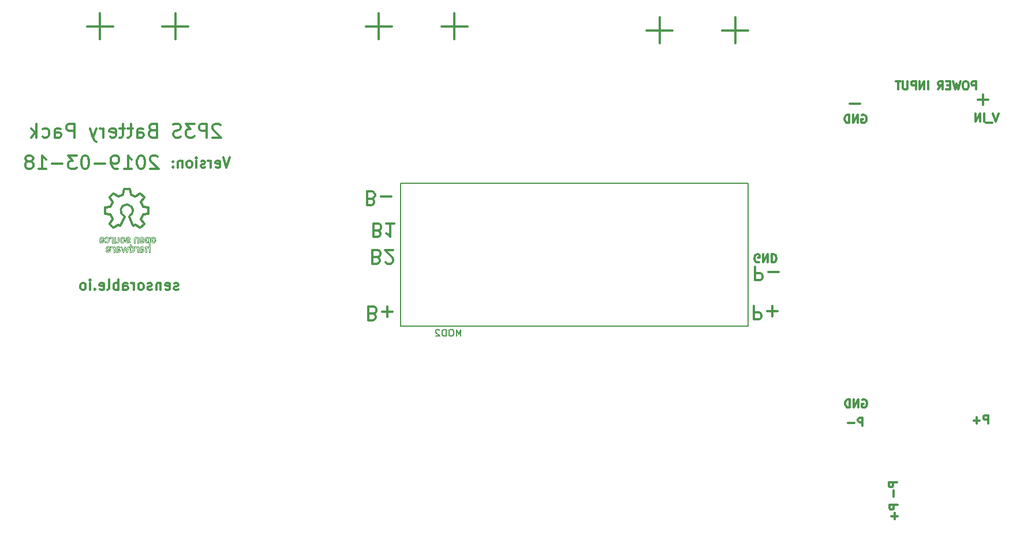
<source format=gbo>
G04 #@! TF.GenerationSoftware,KiCad,Pcbnew,(5.0.2)-1*
G04 #@! TF.CreationDate,2019-03-16T18:46:31-04:00*
G04 #@! TF.ProjectId,2p3s-pwr-pack,32703373-2d70-4777-922d-7061636b2e6b,V1*
G04 #@! TF.SameCoordinates,Original*
G04 #@! TF.FileFunction,Legend,Bot*
G04 #@! TF.FilePolarity,Positive*
%FSLAX46Y46*%
G04 Gerber Fmt 4.6, Leading zero omitted, Abs format (unit mm)*
G04 Created by KiCad (PCBNEW (5.0.2)-1) date 3/16/2019 6:46:31 PM*
%MOMM*%
%LPD*%
G01*
G04 APERTURE LIST*
%ADD10C,0.300000*%
%ADD11C,0.100000*%
%ADD12C,0.150000*%
G04 APERTURE END LIST*
D10*
X157657561Y-68505342D02*
X153848038Y-68505342D01*
X155752800Y-70410104D02*
X155752800Y-66600580D01*
X168731961Y-68505342D02*
X164922438Y-68505342D01*
X166827200Y-70410104D02*
X166827200Y-66600580D01*
X116458761Y-67921142D02*
X112649238Y-67921142D01*
X114554000Y-69825904D02*
X114554000Y-66016380D01*
X127533161Y-67921142D02*
X123723638Y-67921142D01*
X125628400Y-69825904D02*
X125628400Y-66016380D01*
X86613761Y-67921142D02*
X82804238Y-67921142D01*
X84709000Y-69825904D02*
X84709000Y-66016380D01*
X75539361Y-67921142D02*
X71729838Y-67921142D01*
X73634600Y-69825904D02*
X73634600Y-66016380D01*
X85118471Y-106575942D02*
X84975614Y-106647371D01*
X84689900Y-106647371D01*
X84547042Y-106575942D01*
X84475614Y-106433085D01*
X84475614Y-106361657D01*
X84547042Y-106218800D01*
X84689900Y-106147371D01*
X84904185Y-106147371D01*
X85047042Y-106075942D01*
X85118471Y-105933085D01*
X85118471Y-105861657D01*
X85047042Y-105718800D01*
X84904185Y-105647371D01*
X84689900Y-105647371D01*
X84547042Y-105718800D01*
X83261328Y-106575942D02*
X83404185Y-106647371D01*
X83689900Y-106647371D01*
X83832757Y-106575942D01*
X83904185Y-106433085D01*
X83904185Y-105861657D01*
X83832757Y-105718800D01*
X83689900Y-105647371D01*
X83404185Y-105647371D01*
X83261328Y-105718800D01*
X83189900Y-105861657D01*
X83189900Y-106004514D01*
X83904185Y-106147371D01*
X82547042Y-105647371D02*
X82547042Y-106647371D01*
X82547042Y-105790228D02*
X82475614Y-105718800D01*
X82332757Y-105647371D01*
X82118471Y-105647371D01*
X81975614Y-105718800D01*
X81904185Y-105861657D01*
X81904185Y-106647371D01*
X81261328Y-106575942D02*
X81118471Y-106647371D01*
X80832757Y-106647371D01*
X80689900Y-106575942D01*
X80618471Y-106433085D01*
X80618471Y-106361657D01*
X80689900Y-106218800D01*
X80832757Y-106147371D01*
X81047042Y-106147371D01*
X81189900Y-106075942D01*
X81261328Y-105933085D01*
X81261328Y-105861657D01*
X81189900Y-105718800D01*
X81047042Y-105647371D01*
X80832757Y-105647371D01*
X80689900Y-105718800D01*
X79761328Y-106647371D02*
X79904185Y-106575942D01*
X79975614Y-106504514D01*
X80047042Y-106361657D01*
X80047042Y-105933085D01*
X79975614Y-105790228D01*
X79904185Y-105718800D01*
X79761328Y-105647371D01*
X79547042Y-105647371D01*
X79404185Y-105718800D01*
X79332757Y-105790228D01*
X79261328Y-105933085D01*
X79261328Y-106361657D01*
X79332757Y-106504514D01*
X79404185Y-106575942D01*
X79547042Y-106647371D01*
X79761328Y-106647371D01*
X78618471Y-106647371D02*
X78618471Y-105647371D01*
X78618471Y-105933085D02*
X78547042Y-105790228D01*
X78475614Y-105718800D01*
X78332757Y-105647371D01*
X78189900Y-105647371D01*
X77047042Y-106647371D02*
X77047042Y-105861657D01*
X77118471Y-105718800D01*
X77261328Y-105647371D01*
X77547042Y-105647371D01*
X77689900Y-105718800D01*
X77047042Y-106575942D02*
X77189900Y-106647371D01*
X77547042Y-106647371D01*
X77689900Y-106575942D01*
X77761328Y-106433085D01*
X77761328Y-106290228D01*
X77689900Y-106147371D01*
X77547042Y-106075942D01*
X77189900Y-106075942D01*
X77047042Y-106004514D01*
X76332757Y-106647371D02*
X76332757Y-105147371D01*
X76332757Y-105718800D02*
X76189900Y-105647371D01*
X75904185Y-105647371D01*
X75761328Y-105718800D01*
X75689900Y-105790228D01*
X75618471Y-105933085D01*
X75618471Y-106361657D01*
X75689900Y-106504514D01*
X75761328Y-106575942D01*
X75904185Y-106647371D01*
X76189900Y-106647371D01*
X76332757Y-106575942D01*
X74761328Y-106647371D02*
X74904185Y-106575942D01*
X74975614Y-106433085D01*
X74975614Y-105147371D01*
X73618471Y-106575942D02*
X73761328Y-106647371D01*
X74047042Y-106647371D01*
X74189900Y-106575942D01*
X74261328Y-106433085D01*
X74261328Y-105861657D01*
X74189900Y-105718800D01*
X74047042Y-105647371D01*
X73761328Y-105647371D01*
X73618471Y-105718800D01*
X73547042Y-105861657D01*
X73547042Y-106004514D01*
X74261328Y-106147371D01*
X72904185Y-106504514D02*
X72832757Y-106575942D01*
X72904185Y-106647371D01*
X72975614Y-106575942D01*
X72904185Y-106504514D01*
X72904185Y-106647371D01*
X72189900Y-106647371D02*
X72189900Y-105647371D01*
X72189900Y-105147371D02*
X72261328Y-105218800D01*
X72189900Y-105290228D01*
X72118471Y-105218800D01*
X72189900Y-105147371D01*
X72189900Y-105290228D01*
X71261328Y-106647371D02*
X71404185Y-106575942D01*
X71475614Y-106504514D01*
X71547042Y-106361657D01*
X71547042Y-105933085D01*
X71475614Y-105790228D01*
X71404185Y-105718800D01*
X71261328Y-105647371D01*
X71047042Y-105647371D01*
X70904185Y-105718800D01*
X70832757Y-105790228D01*
X70761328Y-105933085D01*
X70761328Y-106361657D01*
X70832757Y-106504514D01*
X70904185Y-106575942D01*
X71047042Y-106647371D01*
X71261328Y-106647371D01*
D11*
X79132766Y-99778844D02*
X79303950Y-99778844D01*
X76496561Y-100500356D02*
X76627600Y-100397255D01*
X76173484Y-101061516D02*
G75*
G03X76244708Y-101125267I121876J64501D01*
G01*
X74657493Y-100900565D02*
X74533531Y-101006424D01*
X76004264Y-101136679D02*
X76169933Y-101136679D01*
X74744761Y-100962250D02*
G75*
G03X74844419Y-100982812I98193J224133D01*
G01*
X74844418Y-100982813D02*
G75*
G03X74925087Y-100969679I2941J236242D01*
G01*
X74517010Y-100772672D02*
X75047059Y-100772672D01*
X76169933Y-101136679D02*
X76169933Y-101136679D01*
X76208290Y-100287658D02*
G75*
G03X76098709Y-100333896I77734J-337197D01*
G01*
X76339933Y-100433852D02*
G75*
G03X76265259Y-100439559I-11074J-346484D01*
G01*
X76169933Y-101061516D02*
X76173484Y-101061516D01*
X76377712Y-101146517D02*
G75*
G03X76501372Y-101126152I-2062J398148D01*
G01*
X76169933Y-101136679D02*
X76169933Y-101061516D01*
X76265259Y-100439559D02*
G75*
G03X76212043Y-100459823I27026J-150981D01*
G01*
X76303340Y-101141204D02*
G75*
G03X76377712Y-101146517I70849J468614D01*
G01*
X76348194Y-100273295D02*
G75*
G03X76208290Y-100287659I-12268J-569047D01*
G01*
X76438308Y-100447230D02*
G75*
G03X76394032Y-100437196I-74272J-225033D01*
G01*
X79303950Y-99778844D02*
X79303950Y-99778844D01*
X76394032Y-100437197D02*
G75*
G03X76339934Y-100433852I-51867J-399742D01*
G01*
X76652282Y-100788707D02*
G75*
G03X76601231Y-100707742I-227865J-87097D01*
G01*
X76517213Y-100653337D02*
G75*
G03X76400530Y-100634153I-114393J-331334D01*
G01*
X76004264Y-100553875D02*
X76004264Y-101136679D01*
X76028845Y-100421357D02*
G75*
G03X76010913Y-100481983I262848J-110710D01*
G01*
X78963168Y-99089002D02*
G75*
G03X78897460Y-99101104I-1995J-173606D01*
G01*
X76098710Y-100333897D02*
G75*
G03X76028845Y-100421357I116143J-164410D01*
G01*
X76434732Y-100279861D02*
G75*
G03X76348195Y-100273295I-76525J-435034D01*
G01*
X76400530Y-100634153D02*
X76169933Y-100634153D01*
X79132766Y-99271989D02*
X79132766Y-99778844D01*
X76501372Y-101126152D02*
G75*
G03X76590603Y-101071354I-74903J222020D01*
G01*
X79084763Y-99137407D02*
G75*
G03X79030363Y-99101104I-113440J-111082D01*
G01*
X76510136Y-100302711D02*
G75*
G03X76434731Y-100279861I-133068J-303272D01*
G01*
X76212043Y-100459823D02*
G75*
G03X76180259Y-100494651I46897J-74714D01*
G01*
X76169933Y-100634153D02*
X76169933Y-100544037D01*
X79120778Y-99195254D02*
G75*
G03X79084763Y-99137406I-146204J-50888D01*
G01*
X76601232Y-100707741D02*
G75*
G03X76517213Y-100653336I-155442J-147972D01*
G01*
X75032804Y-100864608D02*
G75*
G03X75047059Y-100772672I-255455J86682D01*
G01*
X76180259Y-100494651D02*
G75*
G03X76169933Y-100544037I97062J-46067D01*
G01*
X74657493Y-100900565D02*
G75*
G03X74744760Y-100962251I203823J195777D01*
G01*
X79030362Y-99101104D02*
G75*
G03X78963168Y-99089003I-64953J-168055D01*
G01*
X74925087Y-100969678D02*
G75*
G03X74990015Y-100930277I-64267J179100D01*
G01*
X74990015Y-100930277D02*
G75*
G03X75032805Y-100864608I-111137J119192D01*
G01*
X76627600Y-100397255D02*
G75*
G03X76510136Y-100302712I-236965J-174172D01*
G01*
X76496561Y-100500356D02*
G75*
G03X76438308Y-100447230I-106231J-57983D01*
G01*
X76669308Y-100886794D02*
G75*
G03X76652282Y-100788707I-273842J2989D01*
G01*
X79132766Y-99271989D02*
G75*
G03X79120778Y-99195254I-227591J3747D01*
G01*
X76244709Y-101125266D02*
G75*
G03X76303340Y-101141204I96240J238231D01*
G01*
X76010913Y-100481984D02*
G75*
G03X76004264Y-100553875I417304J-74847D01*
G01*
X74533531Y-101006424D02*
G75*
G03X74600826Y-101069780I313216J265270D01*
G01*
X76590603Y-101071354D02*
G75*
G03X76649637Y-100989010I-159733J176849D01*
G01*
X76649638Y-100989010D02*
G75*
G03X76669307Y-100886794I-238303J98857D01*
G01*
X78843538Y-99137406D02*
G75*
G03X78807523Y-99195254I110189J-108736D01*
G01*
X76795708Y-99484493D02*
G75*
G03X76828374Y-99555719I209501J52977D01*
G01*
X76795708Y-99223588D02*
G75*
G03X76788631Y-99275137I308993J-68681D01*
G01*
X78624351Y-99778844D02*
X78795535Y-99778844D01*
X78630118Y-99145067D02*
G75*
G03X78624351Y-99212962I374505J-66006D01*
G01*
X78716629Y-98993180D02*
G75*
G03X78647420Y-99085807I148349J-183013D01*
G01*
X81647683Y-99274646D02*
X81649847Y-99352269D01*
X79132766Y-98927661D02*
X79132766Y-99018564D01*
X78647420Y-99085807D02*
G75*
G03X78630118Y-99145068I261584J-108530D01*
G01*
X76788631Y-99433039D02*
X76786264Y-99354236D01*
X79129618Y-99018564D02*
G75*
G03X79034292Y-98943008I-202021J-156971D01*
G01*
X78908063Y-98917823D02*
G75*
G03X78810621Y-98936662I491J-263968D01*
G01*
X79034292Y-98943008D02*
G75*
G03X78908063Y-98917823I-120813J-276593D01*
G01*
X76786264Y-99354236D02*
X76788631Y-99275137D01*
X79303950Y-99778844D02*
X79303950Y-98927661D01*
X76885242Y-99602646D02*
G75*
G03X76966112Y-99618288I76438J178310D01*
G01*
X76966112Y-99089003D02*
G75*
G03X76885242Y-99104645I-4432J-193952D01*
G01*
X81551861Y-99602646D02*
G75*
G03X81608135Y-99555719I-55881J124217D01*
G01*
X76885242Y-99104645D02*
G75*
G03X76828374Y-99151573I57791J-127954D01*
G01*
X79303950Y-98927661D02*
X79132766Y-98927661D01*
X76828374Y-99555718D02*
G75*
G03X76885242Y-99602645I114657J81026D01*
G01*
X81551860Y-99104646D02*
G75*
G03X81470401Y-99089003I-76770J-179864D01*
G01*
X76966112Y-99618287D02*
G75*
G03X77047561Y-99602645I4684J195483D01*
G01*
X77047561Y-99602645D02*
G75*
G03X77103825Y-99555719I-55885J124198D01*
G01*
X77136893Y-99484097D02*
G75*
G03X77143391Y-99432054I-343520J69317D01*
G01*
X81292926Y-99433038D02*
G75*
G03X81300008Y-99484492I315705J17239D01*
G01*
X81470402Y-99618288D02*
G75*
G03X81551861Y-99602645I4688J195507D01*
G01*
X77143391Y-99274646D02*
X77145557Y-99352269D01*
X74636266Y-99618288D02*
G75*
G03X74733204Y-99601785I5357J261487D01*
G01*
X81641190Y-99223588D02*
G75*
G03X81608135Y-99151573I-195426J-46109D01*
G01*
X77103825Y-99555719D02*
G75*
G03X77136894Y-99484097I-155192J115099D01*
G01*
X77047561Y-99104646D02*
G75*
G03X76966112Y-99089003I-76766J-179841D01*
G01*
X81647683Y-99274646D02*
G75*
G03X81641190Y-99223588I-341122J-17436D01*
G01*
X81300008Y-99484493D02*
G75*
G03X81332671Y-99555719I209499J52970D01*
G01*
X81608134Y-99555719D02*
G75*
G03X81641190Y-99484097I-155198J115068D01*
G01*
X81389535Y-99104646D02*
G75*
G03X81332671Y-99151573I57792J-127944D01*
G01*
X81290563Y-99354236D02*
X81292926Y-99275137D01*
X74542199Y-99595857D02*
G75*
G03X74636266Y-99618288I92386J178977D01*
G01*
X78624351Y-99212962D02*
X78624351Y-99778844D01*
X76788631Y-99433038D02*
G75*
G03X76795708Y-99484492I315703J17208D01*
G01*
X81641190Y-99484097D02*
G75*
G03X81647683Y-99432054I-343522J69284D01*
G01*
X81608135Y-99151573D02*
G75*
G03X81551861Y-99104645I-112157J-77289D01*
G01*
X78810621Y-98936662D02*
G75*
G03X78716629Y-98993180I133626J-328638D01*
G01*
X81470402Y-99089003D02*
G75*
G03X81389534Y-99104645I-4431J-193946D01*
G01*
X77145557Y-99352269D02*
X77143391Y-99432054D01*
X74463117Y-99528567D02*
G75*
G03X74542199Y-99595857I196808J151179D01*
G01*
X74733204Y-99601785D02*
G75*
G03X74802439Y-99552276I-61909J159740D01*
G01*
X78807523Y-99195255D02*
G75*
G03X78795535Y-99271989I215603J-72987D01*
G01*
X74463117Y-99528566D02*
X74463117Y-99528566D01*
X78795535Y-99778844D02*
X78795535Y-99271989D01*
X76786264Y-99354236D02*
X76786264Y-99354236D01*
X79132766Y-99018564D02*
X79129618Y-99018564D01*
X81300008Y-99223588D02*
G75*
G03X81292926Y-99275137I308990J-68711D01*
G01*
X81292926Y-99433039D02*
X81290563Y-99354236D01*
X81649847Y-99352269D02*
X81647683Y-99432054D01*
X81332671Y-99151573D02*
G75*
G03X81300008Y-99223588I185311J-127464D01*
G01*
X77143392Y-99274646D02*
G75*
G03X77136894Y-99223588I-341125J-17470D01*
G01*
X76828373Y-99151573D02*
G75*
G03X76795708Y-99223588I185311J-127471D01*
G01*
X77103825Y-99151572D02*
G75*
G03X77047561Y-99104645I-112151J-77272D01*
G01*
X81290563Y-99354236D02*
X81290563Y-99354236D01*
X81332671Y-99555718D02*
G75*
G03X81389534Y-99602645I114654J81016D01*
G01*
X81389533Y-99602646D02*
G75*
G03X81470401Y-99618288I76437J178304D01*
G01*
X77136893Y-99223588D02*
G75*
G03X77103825Y-99151573I-195433J-46140D01*
G01*
X78897460Y-99101104D02*
G75*
G03X78843538Y-99137406I60564J-148157D01*
G01*
X79897121Y-100977598D02*
G75*
G03X79945023Y-100952511I-27952J111649D01*
G01*
X79473201Y-100553875D02*
X79473201Y-101136679D01*
X79638870Y-100837602D02*
G75*
G03X79648718Y-100916306I262872J-7078D01*
G01*
X79873720Y-99091906D02*
G75*
G03X79803871Y-99079165I-67610J-172815D01*
G01*
X79983709Y-99277106D02*
X79624425Y-99277106D01*
X79945022Y-100952511D02*
G75*
G03X79973079Y-100918276I-69340J85439D01*
G01*
X79638870Y-100837602D02*
X79638870Y-100837602D01*
X79661008Y-100942673D02*
G75*
G03X79678235Y-100960382I53890J35190D01*
G01*
X79639919Y-99192350D02*
G75*
G03X79624425Y-99277106I262405J-91764D01*
G01*
X79803870Y-99079164D02*
G75*
G03X79734953Y-99091906I-2117J-181304D01*
G01*
X79947390Y-100803073D02*
G75*
G03X79902132Y-100783126I-75848J-110779D01*
G01*
X79983709Y-99277106D02*
X79983709Y-99277106D01*
X79497782Y-100421357D02*
G75*
G03X79479850Y-100481983I262849J-110710D01*
G01*
X74469414Y-98959535D02*
G75*
G03X74336788Y-99065391I225349J-418347D01*
G01*
X74733204Y-99105580D02*
G75*
G03X74636266Y-99089003I-91589J-243867D01*
G01*
X79930583Y-99130125D02*
G75*
G03X79873719Y-99091906I-119657J-116620D01*
G01*
X74551165Y-98928250D02*
G75*
G03X74469414Y-98959535I77335J-324540D01*
G01*
X79677227Y-100287658D02*
G75*
G03X79567646Y-100333896I77735J-337197D01*
G01*
X74636266Y-99089003D02*
G75*
G03X74542602Y-99111236I-1518J-202010D01*
G01*
X79969051Y-99192350D02*
G75*
G03X79930583Y-99130125I-159277J-55463D01*
G01*
X74642940Y-99788682D02*
G75*
G03X74783449Y-99763595I1826J395803D01*
G01*
X74802439Y-99552276D02*
G75*
G03X74843969Y-99469759I-169228J136881D01*
G01*
X74843969Y-99469758D02*
G75*
G03X74857821Y-99354236I-417120J108606D01*
G01*
X74857821Y-99354237D02*
G75*
G03X74843969Y-99238198I-434731J6951D01*
G01*
X74961936Y-99629823D02*
G75*
G03X74999186Y-99554636I-283949J187495D01*
G01*
X79736564Y-100980353D02*
G75*
G03X79825796Y-100985961I75147J483009D01*
G01*
X74802439Y-99155310D02*
G75*
G03X74733204Y-99105579I-131434J-109922D01*
G01*
X79825795Y-100985961D02*
G75*
G03X79897120Y-100977598I4918J266407D01*
G01*
X74999186Y-99153590D02*
G75*
G03X74961937Y-99078095I-324458J-113149D01*
G01*
X79734953Y-99091906D02*
G75*
G03X79678533Y-99130125I63463J-154441D01*
G01*
X79479850Y-100481984D02*
G75*
G03X79473201Y-100553875I417304J-74847D01*
G01*
X75021551Y-99245637D02*
G75*
G03X74999186Y-99153590I-483653J-68772D01*
G01*
X74551165Y-99778352D02*
G75*
G03X74642940Y-99788682I89785J384829D01*
G01*
X79973080Y-100918276D02*
G75*
G03X79982423Y-100878528I-77550J39202D01*
G01*
X79982423Y-100878529D02*
G75*
G03X79974162Y-100834875I-97859J4091D01*
G01*
X79638870Y-100775034D02*
X79838388Y-100775034D01*
X74783449Y-99763594D02*
G75*
G03X74909753Y-99688334I-154890J403553D01*
G01*
X74843969Y-99238197D02*
G75*
G03X74802439Y-99155310I-212124J-54437D01*
G01*
X79678533Y-99130125D02*
G75*
G03X79639919Y-99192350I123495J-119729D01*
G01*
X79903669Y-100279861D02*
G75*
G03X79817132Y-100273295I-76525J-435034D01*
G01*
X74783449Y-98943154D02*
G75*
G03X74642940Y-98917823I-138710J-367048D01*
G01*
X79638870Y-100837602D02*
X79638870Y-100775034D01*
X74542602Y-99111235D02*
G75*
G03X74463117Y-99177939I118565J-221995D01*
G01*
X79678234Y-100960382D02*
G75*
G03X79736564Y-100980353I80364J139549D01*
G01*
X79979074Y-100302712D02*
G75*
G03X79903669Y-100279861I-133069J-303271D01*
G01*
X79567647Y-100333897D02*
G75*
G03X79497782Y-100421357I116143J-164410D01*
G01*
X74642940Y-98917823D02*
G75*
G03X74551165Y-98928250I-1990J-391599D01*
G01*
X74961937Y-99078095D02*
G75*
G03X74909753Y-99019154I-234670J-155195D01*
G01*
X79638870Y-101136679D02*
X79638870Y-101136679D01*
X79974162Y-100834874D02*
G75*
G03X79947390Y-100803073I-72999J-34285D01*
G01*
X79983709Y-99277106D02*
G75*
G03X79969051Y-99192350I-271950J-3386D01*
G01*
X74999186Y-99554635D02*
G75*
G03X75021551Y-99462772I-458542J160287D01*
G01*
X74463117Y-99528566D02*
X74336788Y-99641899D01*
X79902132Y-100783126D02*
G75*
G03X79838388Y-100775034I-68510J-284568D01*
G01*
X79473201Y-101136679D02*
X79638870Y-101136679D01*
X79648718Y-100916306D02*
G75*
G03X79661008Y-100942673I99952J30542D01*
G01*
X79817132Y-100273296D02*
G75*
G03X79677228Y-100287659I-12269J-569046D01*
G01*
X74336788Y-99065391D02*
X74463117Y-99177939D01*
X74909753Y-99019153D02*
G75*
G03X74783449Y-98943154I-282299J-326205D01*
G01*
X75029006Y-99354236D02*
G75*
G03X75021551Y-99245637I-740509J3722D01*
G01*
X75021552Y-99462772D02*
G75*
G03X75029006Y-99354236I-731780J104786D01*
G01*
X74909753Y-99688334D02*
G75*
G03X74961937Y-99629823I-179259J212399D01*
G01*
X74469414Y-99747362D02*
G75*
G03X74551165Y-99778352I158808J295614D01*
G01*
X74336788Y-99641899D02*
G75*
G03X74469414Y-99747362I353563J308501D01*
G01*
X79965498Y-100500356D02*
X80096537Y-100397255D01*
X79642421Y-101061516D02*
G75*
G03X79713645Y-101125267I121876J64501D01*
G01*
X77183284Y-98989098D02*
G75*
G03X77128028Y-98953042I-298189J-396621D01*
G01*
X79808871Y-100433852D02*
G75*
G03X79734197Y-100439559I-11075J-346484D01*
G01*
X77183285Y-99718586D02*
G75*
G03X77225042Y-99680464I-176103J234825D01*
G01*
X79846649Y-101146517D02*
G75*
G03X79970309Y-101126152I-2062J398148D01*
G01*
X79965498Y-100500356D02*
G75*
G03X79907245Y-100447230I-106231J-57983D01*
G01*
X79907245Y-100447230D02*
G75*
G03X79862969Y-100437196I-74272J-225033D01*
G01*
X79869467Y-100634153D02*
X79638870Y-100634153D01*
X79638870Y-101136679D02*
X79638870Y-101061516D01*
X79734196Y-100439559D02*
G75*
G03X79680980Y-100459823I27026J-150981D01*
G01*
X81309649Y-99754250D02*
G75*
G03X81381024Y-99780074I122938J228234D01*
G01*
X77225042Y-99026828D02*
G75*
G03X77183285Y-98989098I-226767J-208999D01*
G01*
X81381024Y-99780074D02*
G75*
G03X81470401Y-99788682I85469J419101D01*
G01*
X81821422Y-99352269D02*
X81821422Y-99352269D01*
X76876729Y-99780074D02*
G75*
G03X76966112Y-99788682I85472J419125D01*
G01*
X76966113Y-98917823D02*
G75*
G03X76876730Y-98926628I-3901J-418502D01*
G01*
X77295686Y-99148229D02*
G75*
G03X77225042Y-99026828I-312351J-100506D01*
G01*
X77056552Y-98926628D02*
G75*
G03X76966112Y-98917823I-86331J-417882D01*
G01*
X79680980Y-100459823D02*
G75*
G03X79649196Y-100494651I46897J-74714D01*
G01*
X76805355Y-99754250D02*
G75*
G03X76876730Y-99780074I122938J228234D01*
G01*
X81254015Y-99718586D02*
G75*
G03X81309649Y-99754249I279348J374560D01*
G01*
X79649196Y-100494651D02*
G75*
G03X79638870Y-100544037I97062J-46067D01*
G01*
X81687575Y-99718586D02*
G75*
G03X81729338Y-99680464I-176099J234852D01*
G01*
X79986150Y-100653337D02*
G75*
G03X79869467Y-100634153I-114392J-331334D01*
G01*
X77056552Y-99780073D02*
G75*
G03X77128028Y-99754249I-50315J251084D01*
G01*
X76966112Y-99788683D02*
G75*
G03X77056552Y-99780074I4120J436107D01*
G01*
X76615860Y-99352269D02*
G75*
G03X76621174Y-99473816I1207455J-8099D01*
G01*
X76637116Y-99148228D02*
G75*
G03X76621174Y-99232785I417458J-122489D01*
G01*
X77317120Y-99352269D02*
X77317120Y-99352269D01*
X79713646Y-101125266D02*
G75*
G03X79772277Y-101141204I96240J238231D01*
G01*
X80070169Y-100707741D02*
G75*
G03X79986150Y-100653336I-155442J-147972D01*
G01*
X81816061Y-99473816D02*
G75*
G03X81821422Y-99352269I-1191096J113433D01*
G01*
X80121219Y-100788707D02*
G75*
G03X80070168Y-100707742I-227865J-87097D01*
G01*
X80138245Y-100886794D02*
G75*
G03X80121219Y-100788707I-273842J2989D01*
G01*
X80059541Y-101071354D02*
G75*
G03X80118575Y-100989010I-159734J176849D01*
G01*
X76876729Y-98926627D02*
G75*
G03X76805354Y-98953042I52018J-250200D01*
G01*
X76621175Y-99473816D02*
G75*
G03X76637117Y-99559063I434777J37194D01*
G01*
X81729338Y-99680463D02*
G75*
G03X81799975Y-99559063I-241711J221888D01*
G01*
X79970309Y-101126152D02*
G75*
G03X80059540Y-101071354I-74903J222020D01*
G01*
X77311755Y-99473816D02*
G75*
G03X77317120Y-99352269I-1191094J113461D01*
G01*
X77317120Y-99352269D02*
G75*
G03X77311755Y-99232785I-1159788J7791D01*
G01*
X77295687Y-99559063D02*
G75*
G03X77311755Y-99473816I-415119J122383D01*
G01*
X76749720Y-99718586D02*
G75*
G03X76805354Y-99754249I279349J374560D01*
G01*
X81632335Y-99754249D02*
G75*
G03X81687576Y-99718586I-221782J404149D01*
G01*
X76637117Y-99559063D02*
G75*
G03X76707560Y-99680464I310441J98997D01*
G01*
X76621174Y-99232785D02*
G75*
G03X76615860Y-99352269I1165130J-111680D01*
G01*
X80118575Y-100989010D02*
G75*
G03X80138244Y-100886794I-238302J98857D01*
G01*
X76707560Y-99680464D02*
G75*
G03X76749720Y-99718586I219791J200698D01*
G01*
X79638870Y-100634153D02*
X79638870Y-100544037D01*
X79862969Y-100437197D02*
G75*
G03X79808871Y-100433852I-51866J-399742D01*
G01*
X79772277Y-101141204D02*
G75*
G03X79846649Y-101146517I70849J468614D01*
G01*
X81799975Y-99559063D02*
G75*
G03X81816060Y-99473816I-415110J122467D01*
G01*
X77225042Y-99680464D02*
G75*
G03X77295687Y-99559063I-241707J221908D01*
G01*
X76707560Y-99026827D02*
G75*
G03X76637117Y-99148228I239998J-220398D01*
G01*
X77311756Y-99232785D02*
G75*
G03X77295687Y-99148228I-429825J-37874D01*
G01*
X81470401Y-99788682D02*
G75*
G03X81560862Y-99780074I4131J436202D01*
G01*
X77128028Y-98953042D02*
G75*
G03X77056552Y-98926628I-122239J-220861D01*
G01*
X77128028Y-99754248D02*
G75*
G03X77183285Y-99718586I-221774J404259D01*
G01*
X81560862Y-99780074D02*
G75*
G03X81632335Y-99754249I-50317J251076D01*
G01*
X79638870Y-101061516D02*
X79642421Y-101061516D01*
X76805354Y-98953042D02*
G75*
G03X76749720Y-98989098I245154J-439230D01*
G01*
X76749720Y-98989098D02*
G75*
G03X76707560Y-99026828I186726J-251071D01*
G01*
X80096537Y-100397255D02*
G75*
G03X79979073Y-100302712I-236965J-174172D01*
G01*
X81125481Y-99473816D02*
G75*
G03X81141418Y-99559063I434776J37169D01*
G01*
X81125482Y-99232785D02*
G75*
G03X81120170Y-99352269I1165130J-111656D01*
G01*
X81141418Y-99148228D02*
G75*
G03X81125481Y-99232785I417460J-122463D01*
G01*
X81211859Y-99026827D02*
G75*
G03X81141418Y-99148228I239999J-220393D01*
G01*
X81309648Y-98953042D02*
G75*
G03X81254014Y-98989098I245154J-439230D01*
G01*
X80031916Y-99703878D02*
G75*
G03X80085717Y-99650372I-124596J179082D01*
G01*
X77366807Y-100282347D02*
X77242065Y-100282347D01*
X81381024Y-98926627D02*
G75*
G03X81309649Y-98953042I52018J-250200D01*
G01*
X81560862Y-98926628D02*
G75*
G03X81470401Y-98917823I-86342J-417976D01*
G01*
X81632335Y-98953042D02*
G75*
G03X81560862Y-98926628I-122237J-220852D01*
G01*
X81687576Y-98989097D02*
G75*
G03X81632335Y-98953042I-298182J-396503D01*
G01*
X81729339Y-99026828D02*
G75*
G03X81687576Y-98989098I-226770J-209028D01*
G01*
X79453636Y-99277106D02*
X79453636Y-99417985D01*
X81799974Y-99148228D02*
G75*
G03X81729338Y-99026828I-312347J-100489D01*
G01*
X81816060Y-99232785D02*
G75*
G03X81799975Y-99148228I-429832J-37958D01*
G01*
X79453636Y-99417985D02*
X79453636Y-99417985D01*
X80154890Y-99356597D02*
G75*
G03X80147793Y-99241850I-860662J4361D01*
G01*
X76883174Y-100282347D02*
X76701765Y-100282347D01*
X79479905Y-99129142D02*
G75*
G03X79453636Y-99277106I368451J-141726D01*
G01*
X79558707Y-99015021D02*
G75*
G03X79479905Y-99129143I210777J-229811D01*
G01*
X79537457Y-99715094D02*
G75*
G03X79612618Y-99757201I198931J266956D01*
G01*
X77907108Y-100282347D02*
X77726076Y-100282347D01*
X79925221Y-98941581D02*
G75*
G03X79803871Y-98917823I-121772J-300198D01*
G01*
X79926649Y-99575591D02*
G75*
G03X79969444Y-99509922I-111135J119202D01*
G01*
X80147794Y-99241849D02*
G75*
G03X80126507Y-99146309I-527414J-67368D01*
G01*
X79781046Y-99628126D02*
G75*
G03X79861719Y-99614992I2942J236255D01*
G01*
X76701765Y-100282347D02*
X76974068Y-101133531D01*
X80041361Y-99012857D02*
G75*
G03X79925221Y-98941580I-281035J-327663D01*
G01*
X79777897Y-99788682D02*
G75*
G03X79906924Y-99767481I-289J404981D01*
G01*
X77562774Y-100878528D02*
X77559626Y-100878528D01*
X79861719Y-99614992D02*
G75*
G03X79926649Y-99575591I-64266J179106D01*
G01*
X79906924Y-99767482D02*
G75*
G03X80031916Y-99703879I-161343J471690D01*
G01*
X77559626Y-100878528D02*
X77366807Y-100282347D01*
X80147205Y-99476730D02*
G75*
G03X80154891Y-99356596I-856389J115107D01*
G01*
X79594125Y-99545879D02*
X79470165Y-99651737D01*
X77046073Y-100878528D02*
X76883174Y-100282347D01*
X77484070Y-101133531D02*
X77635182Y-101133531D01*
X77124777Y-101133531D02*
X77303038Y-100538134D01*
X80124147Y-99574656D02*
G75*
G03X80147204Y-99476730I-477541J164116D01*
G01*
X79612619Y-99757200D02*
G75*
G03X79777897Y-99788682I164002J411414D01*
G01*
X77049624Y-100878528D02*
X77046073Y-100878528D01*
X77726076Y-100282347D02*
X77562774Y-100878528D01*
X79470166Y-99651737D02*
G75*
G03X79537458Y-99715094I313214J265258D01*
G01*
X77635182Y-101133531D02*
X77907108Y-100282347D01*
X79969445Y-99509922D02*
G75*
G03X79983709Y-99417985I-255452J86711D01*
G01*
X81821422Y-99352269D02*
G75*
G03X81816060Y-99232785I-1159786J7818D01*
G01*
X81470402Y-98917823D02*
G75*
G03X81381024Y-98926628I-3898J-418479D01*
G01*
X81120169Y-99352269D02*
G75*
G03X81125481Y-99473816I1207454J-8124D01*
G01*
X81254014Y-98989098D02*
G75*
G03X81211859Y-99026828I186729J-251043D01*
G01*
X79803871Y-98917824D02*
G75*
G03X79672532Y-98942122I-2596J-353072D01*
G01*
X80085717Y-99650372D02*
G75*
G03X80124147Y-99574656I-249666J174331D01*
G01*
X79681387Y-99607564D02*
G75*
G03X79781045Y-99628126I98193J224133D01*
G01*
X77303038Y-100538134D02*
X77306212Y-100538134D01*
X79594125Y-99545878D02*
G75*
G03X79681387Y-99607564I203820J195764D01*
G01*
X77242065Y-100282347D02*
X77049624Y-100878528D01*
X77306212Y-100538134D02*
X77484070Y-101133531D01*
X79672532Y-98942123D02*
G75*
G03X79558707Y-99015021I136926J-339110D01*
G01*
X80091028Y-99069980D02*
G75*
G03X80041360Y-99012857I-209155J-131705D01*
G01*
X80126507Y-99146309D02*
G75*
G03X80091028Y-99069980I-322646J-103559D01*
G01*
X79453636Y-99417985D02*
X79983709Y-99417985D01*
X77124777Y-101133531D02*
X77124777Y-101133531D01*
X76974068Y-101133531D02*
X77124777Y-101133531D01*
X81211859Y-99680464D02*
G75*
G03X81254014Y-99718586I219789J200672D01*
G01*
X81141418Y-99559063D02*
G75*
G03X81211859Y-99680464I310440J98991D01*
G01*
X75631736Y-101133531D02*
X75802920Y-101133531D01*
X78349008Y-100443689D02*
X78349008Y-100443689D01*
X78349009Y-100443689D02*
G75*
G03X78295339Y-100449076I-2558J-244561D01*
G01*
X78205578Y-100529871D02*
G75*
G03X78181375Y-100706956I627672J-175983D01*
G01*
X78494402Y-100890138D02*
G75*
G03X78518606Y-100706956I-627509J176100D01*
G01*
X78295338Y-100967587D02*
G75*
G03X78349008Y-100972974I51110J239174D01*
G01*
X78181375Y-100706956D02*
G75*
G03X78205578Y-100886794I662046J-2448D01*
G01*
X78349009Y-100972975D02*
G75*
G03X78403560Y-100967797I2643J262127D01*
G01*
X78494404Y-100526526D02*
G75*
G03X78445972Y-100464399I-97892J-26370D01*
G01*
X75580383Y-100485993D02*
G75*
G03X75466067Y-100443689I-114243J-133108D01*
G01*
X75466067Y-100443688D02*
G75*
G03X75409022Y-100454216I538J-162730D01*
G01*
X75631736Y-100621956D02*
G75*
G03X75618917Y-100541136I-228689J5153D01*
G01*
X75618917Y-100541136D02*
G75*
G03X75580383Y-100485993I-121114J-43598D01*
G01*
X75533262Y-100297695D02*
G75*
G03X75407033Y-100272510I-120813J-276592D01*
G01*
X75631736Y-100373251D02*
X75628588Y-100373251D01*
X78295339Y-100449076D02*
G75*
G03X78253531Y-100465235I29220J-137765D01*
G01*
X78253531Y-100465235D02*
G75*
G03X78205578Y-100529871I54281J-90377D01*
G01*
X78205578Y-100886795D02*
G75*
G03X78253531Y-100951429I102233J25742D01*
G01*
X75407032Y-100272509D02*
G75*
G03X75315761Y-100288938I-67J-261377D01*
G01*
X78403560Y-100967797D02*
G75*
G03X78445972Y-100952265I-28899J144585D01*
G01*
X78445971Y-100952265D02*
G75*
G03X78494403Y-100890139I-49458J88497D01*
G01*
X78518606Y-100706956D02*
G75*
G03X78494403Y-100526526I-641179J5830D01*
G01*
X78403559Y-100448867D02*
G75*
G03X78349008Y-100443689I-51911J-256949D01*
G01*
X75409022Y-100454216D02*
G75*
G03X75352733Y-100485796I79844J-208273D01*
G01*
X75229174Y-100338226D02*
X75352733Y-100485796D01*
X75315761Y-100288939D02*
G75*
G03X75229174Y-100338226I114549J-301936D01*
G01*
X75628587Y-100373251D02*
G75*
G03X75533261Y-100297695I-202021J-156970D01*
G01*
X78445972Y-100464399D02*
G75*
G03X78403560Y-100448867I-71311J-129053D01*
G01*
X75802920Y-101133531D02*
X75802920Y-101133531D01*
X75631736Y-100621956D02*
X75631736Y-101133531D01*
X75631736Y-100282347D02*
X75631736Y-100373251D01*
X75802920Y-101133531D02*
X75802920Y-100282347D01*
X75802920Y-100282347D02*
X75631736Y-100282347D01*
X78253531Y-100951429D02*
G75*
G03X78295339Y-100967588I71028J121606D01*
G01*
X76276813Y-99512528D02*
G75*
G03X76288801Y-99435300I-217760J73347D01*
G01*
X76459985Y-99493541D02*
X76459985Y-99493541D01*
X76454243Y-99561755D02*
G75*
G03X76459985Y-99493541I-378577J66217D01*
G01*
X75955096Y-99688728D02*
G75*
G03X76049742Y-99763694I201114J156683D01*
G01*
X75951570Y-98927661D02*
X75780385Y-98927661D01*
X75951570Y-99435300D02*
G75*
G03X75963558Y-99512528I229747J-3881D01*
G01*
X75951570Y-99688728D02*
X75955095Y-99688728D01*
X75780385Y-98927661D02*
X75780385Y-99778844D01*
X76240797Y-99570277D02*
G75*
G03X76276812Y-99512528I-108459J107743D01*
G01*
X75963559Y-99512528D02*
G75*
G03X75999573Y-99570278I144473J49994D01*
G01*
X76367908Y-99713717D02*
G75*
G03X76436966Y-99621190I-147062J181796D01*
G01*
X76119202Y-99618288D02*
G75*
G03X76186397Y-99606286I2256J181467D01*
G01*
X75414849Y-99778844D02*
X75586033Y-99778844D01*
X75190146Y-98917823D02*
G75*
G03X75098874Y-98934251I-68J-261377D01*
G01*
X80569378Y-99613110D02*
G75*
G03X80623745Y-99618288I51741J255293D01*
G01*
X76049742Y-99763694D02*
G75*
G03X76174686Y-99788682I119654J273419D01*
G01*
X78474531Y-100280378D02*
G75*
G03X78401343Y-100272510I-70865J-314865D01*
G01*
X78401344Y-101143369D02*
G75*
G03X78474532Y-101135695I2325J330672D01*
G01*
X78010191Y-101133531D02*
X78181375Y-101133531D01*
X76174687Y-99788683D02*
G75*
G03X76273564Y-99769941I-189J271192D01*
G01*
X78010191Y-99938804D02*
X78010191Y-101133531D01*
X78401343Y-100272511D02*
G75*
G03X78282318Y-100300448I-3529J-252478D01*
G01*
X78677602Y-100490125D02*
G75*
G03X78629195Y-100383088I-245219J-46433D01*
G01*
X78686743Y-100840750D02*
X78689791Y-100706956D01*
X75414849Y-99018564D02*
X75411701Y-99018564D01*
X78474531Y-101135695D02*
G75*
G03X78536714Y-101112674I-52263J236661D01*
G01*
X76053494Y-99606286D02*
G75*
G03X76119203Y-99618288I63699J162860D01*
G01*
X76288801Y-98927661D02*
X76288801Y-99435300D01*
X78181375Y-101133531D02*
X78181375Y-101133531D01*
X75012287Y-98983539D02*
X75135846Y-99131110D01*
X75951570Y-99778844D02*
X75951570Y-99688728D01*
X76459985Y-98927661D02*
X76288801Y-98927661D01*
X78181375Y-99938804D02*
X78010191Y-99938804D01*
X78181375Y-100373251D02*
X78181375Y-99938804D01*
X78677600Y-100926539D02*
G75*
G03X78686743Y-100840750I-645786J112201D01*
G01*
X75414849Y-99267269D02*
G75*
G03X75402030Y-99186449I-228689J5153D01*
G01*
X78281234Y-101118774D02*
G75*
G03X78401343Y-101143369I117087J266214D01*
G01*
X78181376Y-101044988D02*
G75*
G03X78281235Y-101118773I225413J200605D01*
G01*
X75780385Y-99778844D02*
X75951570Y-99778844D01*
X75999572Y-99570278D02*
G75*
G03X76053494Y-99606286I114052J112417D01*
G01*
X75402030Y-99186449D02*
G75*
G03X75363496Y-99131306I-121114J-43599D01*
G01*
X75411701Y-99018564D02*
G75*
G03X75316375Y-98943008I-202021J-156971D01*
G01*
X78629194Y-100383088D02*
G75*
G03X78536714Y-100303991I-230460J-175843D01*
G01*
X75586033Y-99778844D02*
X75586033Y-99778844D01*
X75363496Y-99131306D02*
G75*
G03X75249180Y-99089003I-114243J-133108D01*
G01*
X75249180Y-99089002D02*
G75*
G03X75192135Y-99099530I538J-162730D01*
G01*
X75192135Y-99099530D02*
G75*
G03X75135846Y-99131110I79844J-208272D01*
G01*
X75316375Y-98943008D02*
G75*
G03X75190146Y-98917823I-120813J-276593D01*
G01*
X76436966Y-99621190D02*
G75*
G03X76454243Y-99561756I-262847J108636D01*
G01*
X75586033Y-99778844D02*
X75586033Y-98927661D01*
X76273564Y-99769941D02*
G75*
G03X76367908Y-99713716I-130413J326100D01*
G01*
X75098874Y-98934252D02*
G75*
G03X75012287Y-98983539I114549J-301936D01*
G01*
X78282318Y-100300448D02*
G75*
G03X78181375Y-100373251I213680J-402651D01*
G01*
X75414849Y-99267269D02*
X75414849Y-99778844D01*
X78689791Y-100706956D02*
X78686743Y-100574831D01*
X78181375Y-101133531D02*
X78181375Y-101044988D01*
X78536715Y-100303991D02*
G75*
G03X78474532Y-100280377I-114965J-209058D01*
G01*
X78686743Y-100574832D02*
G75*
G03X78677601Y-100490126I-638699J-26088D01*
G01*
X78629195Y-101033577D02*
G75*
G03X78677601Y-100926539I-191618J151121D01*
G01*
X75951570Y-99435300D02*
X75951570Y-98927661D01*
X75586033Y-98927661D02*
X75414849Y-98927661D01*
X78536715Y-101112674D02*
G75*
G03X78629195Y-101033576I-129664J245215D01*
G01*
X76186397Y-99606285D02*
G75*
G03X76240797Y-99570278I-58617J147657D01*
G01*
X75414849Y-98927661D02*
X75414849Y-99018564D01*
X76192071Y-100942673D02*
G75*
G03X76209298Y-100960382I53890J35190D01*
G01*
X74543279Y-100483830D02*
G75*
G03X74517010Y-100631793I368450J-141725D01*
G01*
X79103324Y-100621956D02*
G75*
G03X79090505Y-100541136I-228689J5153D01*
G01*
X76209297Y-100960382D02*
G75*
G03X76267627Y-100980353I80364J139549D01*
G01*
X76478453Y-100803073D02*
G75*
G03X76433195Y-100783126I-75849J-110779D01*
G01*
X74622083Y-100369707D02*
G75*
G03X74543278Y-100483829I210776J-229817D01*
G01*
X76505225Y-100834874D02*
G75*
G03X76478453Y-100803073I-72999J-34285D01*
G01*
X76169933Y-100775034D02*
X76369451Y-100775034D01*
X78878621Y-100272510D02*
G75*
G03X78787350Y-100288938I-68J-261376D01*
G01*
X79103324Y-101133531D02*
X79274509Y-101133531D01*
X75047059Y-100631793D02*
X75047059Y-100631793D01*
X75047060Y-100631793D02*
G75*
G03X75032402Y-100547037I-271950J-3386D01*
G01*
X75104734Y-100367544D02*
G75*
G03X74988579Y-100296267I-281042J-327709D01*
G01*
X74970294Y-101122167D02*
G75*
G03X75095289Y-101058565I-161341J471698D01*
G01*
X74937074Y-100446594D02*
G75*
G03X74867236Y-100433852I-67604J-172787D01*
G01*
X76356858Y-100985961D02*
G75*
G03X76428183Y-100977598I4918J266407D01*
G01*
X79051972Y-100485993D02*
G75*
G03X78937656Y-100443689I-114244J-133108D01*
G01*
X76428184Y-100977598D02*
G75*
G03X76476086Y-100952511I-27952J111649D01*
G01*
X76513486Y-100878529D02*
G75*
G03X76505225Y-100834875I-97859J4091D01*
G01*
X75032402Y-100547037D02*
G75*
G03X74993944Y-100484812I-159272J-55440D01*
G01*
X74867236Y-100433851D02*
G75*
G03X74798329Y-100446593I-2112J-181278D01*
G01*
X74703280Y-100547037D02*
G75*
G03X74687791Y-100631793I262407J-91747D01*
G01*
X78937656Y-100443689D02*
G75*
G03X78880611Y-100454216I537J-162729D01*
G01*
X78880611Y-100454217D02*
G75*
G03X78824322Y-100485796I79843J-208272D01*
G01*
X74600827Y-101069780D02*
G75*
G03X74675979Y-101111887I198926J266926D01*
G01*
X74517010Y-100772672D02*
X74517010Y-100772672D01*
X78700763Y-100338226D02*
X78824322Y-100485796D01*
X74517010Y-100631793D02*
X74517010Y-100772672D01*
X79274509Y-100282347D02*
X79103324Y-100282347D01*
X79274509Y-101133531D02*
X79274509Y-100282347D01*
X75149085Y-101005059D02*
G75*
G03X75187518Y-100929343I-249664J174340D01*
G01*
X75047059Y-100631793D02*
X74687791Y-100631793D01*
X79090505Y-100541137D02*
G75*
G03X79051972Y-100485993I-121114J-43597D01*
G01*
X74735896Y-100296809D02*
G75*
G03X74622083Y-100369707I136932J-339077D01*
G01*
X74867236Y-100272509D02*
G75*
G03X74735895Y-100296808I-2596J-353080D01*
G01*
X75189860Y-100500996D02*
G75*
G03X75154399Y-100424667I-322637J-103488D01*
G01*
X76169933Y-100837602D02*
X76169933Y-100775034D01*
X74741889Y-100484811D02*
G75*
G03X74703280Y-100547037I123498J-119718D01*
G01*
X79103324Y-100621956D02*
X79103324Y-101133531D01*
X78787350Y-100288939D02*
G75*
G03X78700763Y-100338226I114549J-301936D01*
G01*
X75211166Y-100596536D02*
G75*
G03X75189860Y-100500996I-527423J-67476D01*
G01*
X74675979Y-101111887D02*
G75*
G03X74841270Y-101143369I164009J411447D01*
G01*
X79004850Y-100297695D02*
G75*
G03X78878621Y-100272510I-120813J-276592D01*
G01*
X79103324Y-100373251D02*
X79100176Y-100373251D01*
X75218244Y-100711283D02*
G75*
G03X75211167Y-100596536I-860652J4511D01*
G01*
X75210563Y-100831417D02*
G75*
G03X75218244Y-100711283I-856391J115072D01*
G01*
X79103324Y-100282347D02*
X79103324Y-100373251D01*
X75187517Y-100929343D02*
G75*
G03X75210562Y-100831417I-477546J164054D01*
G01*
X74988579Y-100296267D02*
G75*
G03X74867236Y-100272510I-121768J-300179D01*
G01*
X74841271Y-101143369D02*
G75*
G03X74970295Y-101122168I-291J404974D01*
G01*
X79274509Y-101133531D02*
X79274509Y-101133531D01*
X75095289Y-101058566D02*
G75*
G03X75149085Y-101005059I-124598J179069D01*
G01*
X74798329Y-100446593D02*
G75*
G03X74741889Y-100484812I63453J-154489D01*
G01*
X75154400Y-100424667D02*
G75*
G03X75104734Y-100367544I-209155J-131696D01*
G01*
X76459985Y-99493541D02*
X76459985Y-98927661D01*
X76504143Y-100918276D02*
G75*
G03X76513486Y-100878528I-77550J39202D01*
G01*
X76433195Y-100783126D02*
G75*
G03X76369451Y-100775034I-68510J-284568D01*
G01*
X76169933Y-100837602D02*
X76169933Y-100837602D01*
X76267626Y-100980353D02*
G75*
G03X76356858Y-100985961I75148J483009D01*
G01*
X76169933Y-100837602D02*
G75*
G03X76179781Y-100916306I262871J-7078D01*
G01*
X76179781Y-100916306D02*
G75*
G03X76192071Y-100942673I99952J30542D01*
G01*
X74993943Y-100484812D02*
G75*
G03X74937075Y-100446593I-119659J-116631D01*
G01*
X79100176Y-100373251D02*
G75*
G03X79004850Y-100297695I-202021J-156970D01*
G01*
X76476085Y-100952511D02*
G75*
G03X76504142Y-100918276I-69340J85439D01*
G01*
X80962958Y-101133531D02*
X80962958Y-101133531D01*
X80689370Y-100455791D02*
G75*
G03X80622176Y-100443689I-64953J-168055D01*
G01*
X80779786Y-100549941D02*
G75*
G03X80743771Y-100492093I-146204J-50888D01*
G01*
X80502546Y-100492093D02*
G75*
G03X80466531Y-100549941I110189J-108736D01*
G01*
X80556467Y-100455791D02*
G75*
G03X80502546Y-100492093I60564J-148156D01*
G01*
X80791774Y-100626675D02*
X80791774Y-101133531D01*
X80622176Y-100443689D02*
G75*
G03X80556468Y-100455791I-1995J-173606D01*
G01*
X80454543Y-101133531D02*
X80454543Y-100626675D01*
X80791774Y-100626676D02*
G75*
G03X80779786Y-100549941I-227592J3748D01*
G01*
X80289125Y-100499754D02*
G75*
G03X80283358Y-100567649I374506J-66005D01*
G01*
X80306428Y-100440493D02*
G75*
G03X80289126Y-100499754I261584J-108530D01*
G01*
X80466531Y-100549941D02*
G75*
G03X80454543Y-100626675I215603J-72987D01*
G01*
X80791774Y-101133531D02*
X80962958Y-101133531D01*
X80283358Y-100567649D02*
X80283358Y-101133531D01*
X80743770Y-100492093D02*
G75*
G03X80689370Y-100455791I-113439J-111082D01*
G01*
X80283358Y-101133531D02*
X80454543Y-101133531D01*
X73866601Y-99091906D02*
G75*
G03X73810161Y-99130125I63454J-154490D01*
G01*
X74115332Y-99277106D02*
X73756063Y-99277106D01*
X77654354Y-99101399D02*
G75*
G03X77549482Y-99158262I218308J-527759D01*
G01*
X80375637Y-100347867D02*
G75*
G03X80306428Y-100440493I148348J-183012D01*
G01*
X77975668Y-99750807D02*
G75*
G03X78150378Y-99637177I-216466J523955D01*
G01*
X80567071Y-100272509D02*
G75*
G03X80469629Y-100291348I491J-263968D01*
G01*
X80691234Y-99761726D02*
G75*
G03X80791779Y-99688728I-192442J370805D01*
G01*
X80693300Y-100297695D02*
G75*
G03X80567071Y-100272510I-120814J-276592D01*
G01*
X80788625Y-100373251D02*
G75*
G03X80693299Y-100297695I-202021J-156970D01*
G01*
X80791774Y-100373251D02*
X80788626Y-100373251D01*
X80791779Y-99016988D02*
G75*
G03X80692118Y-98942613I-225299J-197937D01*
G01*
X77901572Y-98934447D02*
G75*
G03X77777333Y-98917823I-119791J-422676D01*
G01*
X80962958Y-98927661D02*
X80791779Y-98927661D01*
X77443628Y-99033517D02*
X77549482Y-99158262D01*
X77448792Y-99638161D02*
G75*
G03X77525682Y-99720603I198505J108061D01*
G01*
X77891246Y-99108285D02*
G75*
G03X77846744Y-99086446I-66353J-78952D01*
G01*
X77586277Y-98949305D02*
G75*
G03X77443628Y-99033517I187189J-480010D01*
G01*
X77846744Y-99086446D02*
G75*
G03X77777333Y-99079165I-64143J-276986D01*
G01*
X80343952Y-99678889D02*
G75*
G03X80437414Y-99757987I230108J177131D01*
G01*
X77423152Y-99526990D02*
G75*
G03X77448791Y-99638161I233969J-4583D01*
G01*
X74115332Y-99277106D02*
X74115332Y-99277106D01*
X80791779Y-99688728D02*
X80791774Y-100373251D01*
X80571800Y-99788683D02*
G75*
G03X80691234Y-99761726I4220J259367D01*
G01*
X80499244Y-99781008D02*
G75*
G03X80571800Y-99788682I70297J317817D01*
G01*
X77639444Y-99771662D02*
G75*
G03X77775747Y-99788682I131731J500663D01*
G01*
X77525682Y-99720603D02*
G75*
G03X77639444Y-99771662I213904J324325D01*
G01*
X77669893Y-99271989D02*
G75*
G03X77608466Y-99280489I26730J-419377D01*
G01*
X77810779Y-99262151D02*
G75*
G03X77865431Y-99252659I-12997J236909D01*
G01*
X80437414Y-99757987D02*
G75*
G03X80499244Y-99781008I114298J212437D01*
G01*
X80692118Y-98942612D02*
G75*
G03X80571800Y-98917823I-117219J-264549D01*
G01*
X80295944Y-99572246D02*
G75*
G03X80343952Y-99678890I248058J47541D01*
G01*
X80286498Y-99487049D02*
G75*
G03X80295943Y-99572246I627075J26392D01*
G01*
X80295944Y-99135439D02*
G75*
G03X80286499Y-99220636I612565J-111028D01*
G01*
X74100674Y-99192350D02*
G75*
G03X74062216Y-99130125I-159272J-55440D01*
G01*
X73935509Y-99079165D02*
G75*
G03X73866602Y-99091906I-2113J-181278D01*
G01*
X77923333Y-99181873D02*
G75*
G03X77891246Y-99108284I-95091J2328D01*
G01*
X77608466Y-99280489D02*
G75*
G03X77556408Y-99296930I60017J-280673D01*
G01*
X80283351Y-99354236D02*
X80286499Y-99487049D01*
X80286499Y-99220636D02*
X80283351Y-99354236D01*
X80437415Y-98949305D02*
G75*
G03X80343952Y-99028402I145666J-266889D01*
G01*
X77777333Y-98917823D02*
G75*
G03X77673872Y-98925691I-3563J-637332D01*
G01*
X74115332Y-99277106D02*
G75*
G03X74100674Y-99192350I-271950J-3386D01*
G01*
X77437482Y-99433283D02*
G75*
G03X77423152Y-99526990I282731J-91187D01*
G01*
X80791779Y-98927661D02*
X80791779Y-99016988D01*
X77556408Y-99296930D02*
G75*
G03X77480424Y-99353645I72438J-176307D01*
G01*
X77810779Y-99262151D02*
X77669893Y-99271989D01*
X73810161Y-99130124D02*
G75*
G03X73771552Y-99192350I123498J-119718D01*
G01*
X77480424Y-99353644D02*
G75*
G03X77437483Y-99433283I202826J-160760D01*
G01*
X80499244Y-98925691D02*
G75*
G03X80437414Y-98949305I52991J-231505D01*
G01*
X80962958Y-101133531D02*
X80962958Y-98927661D01*
X74062215Y-99130125D02*
G75*
G03X74005347Y-99091906I-119659J-116632D01*
G01*
X74005348Y-99091907D02*
G75*
G03X73935509Y-99079165I-67605J-172788D01*
G01*
X73771552Y-99192350D02*
G75*
G03X73756063Y-99277106I262408J-91748D01*
G01*
X78150378Y-99637177D02*
X78150378Y-99637177D01*
X77673872Y-98925691D02*
G75*
G03X77586278Y-98949305I66680J-421618D01*
G01*
X77865431Y-99252659D02*
G75*
G03X77899507Y-99233622I-22601J80469D01*
G01*
X77777333Y-99079165D02*
G75*
G03X77654353Y-99101399I-5443J-321128D01*
G01*
X77775746Y-99788682D02*
G75*
G03X77975667Y-99750806I3491J528128D01*
G01*
X80469628Y-100291348D02*
G75*
G03X80375637Y-100347867I133627J-328638D01*
G01*
X80343952Y-99028402D02*
G75*
G03X80295943Y-99135439I205849J-156612D01*
G01*
X77917363Y-99208781D02*
G75*
G03X77923332Y-99181873I-57715J26919D01*
G01*
X77899506Y-99233621D02*
G75*
G03X77917363Y-99208781I-60289J62177D01*
G01*
X80571800Y-98917823D02*
G75*
G03X80499244Y-98925691I-2255J-317683D01*
G01*
X74038566Y-99767481D02*
G75*
G03X74163561Y-99703879I-161340J471698D01*
G01*
X74173006Y-99012857D02*
G75*
G03X74056851Y-98941580I-281042J-327710D01*
G01*
X77594336Y-99518726D02*
G75*
G03X77606249Y-99566343I92961J-2042D01*
G01*
X73601804Y-99651738D02*
G75*
G03X73669099Y-99715094I313216J265270D01*
G01*
X77641963Y-99600579D02*
G75*
G03X77695859Y-99621239I95180J167671D01*
G01*
X77907768Y-99600777D02*
G75*
G03X78030748Y-99518727I-145730J351616D01*
G01*
X78150378Y-99637177D02*
X78030748Y-99518727D01*
X74258132Y-99146309D02*
G75*
G03X74222671Y-99069980I-322637J-103489D01*
G01*
X73909543Y-99788682D02*
G75*
G03X74038567Y-99767481I-291J404973D01*
G01*
X73993359Y-99614992D02*
G75*
G03X74058287Y-99575591I-64267J179100D01*
G01*
X73725766Y-99545879D02*
X73601804Y-99651737D01*
X80720011Y-99596841D02*
G75*
G03X80767971Y-99532500I-52991J89545D01*
G01*
X80677916Y-99612926D02*
G75*
G03X80720011Y-99596841I-29137J139375D01*
G01*
X80767970Y-99175185D02*
G75*
G03X80720011Y-99110549I-101411J-25136D01*
G01*
X80478733Y-99535452D02*
G75*
G03X80527086Y-99597579I97988J26384D01*
G01*
X73744252Y-99757201D02*
G75*
G03X73909543Y-99788682I164008J411448D01*
G01*
X78003598Y-98984327D02*
G75*
G03X77901572Y-98934448I-192803J-265084D01*
G01*
X74286516Y-99356597D02*
G75*
G03X74279439Y-99241850I-860652J4511D01*
G01*
X78071775Y-99066572D02*
G75*
G03X78003598Y-98984327I-190925J-88887D01*
G01*
X78094491Y-99180299D02*
G75*
G03X78071774Y-99066573I-267612J5676D01*
G01*
X77652994Y-99443908D02*
G75*
G03X77620404Y-99460682I29676J-97707D01*
G01*
X80767971Y-99532500D02*
G75*
G03X80791779Y-99354236I-639720J176158D01*
G01*
X78077089Y-99278041D02*
G75*
G03X78094492Y-99180299I-240385J93221D01*
G01*
X80569377Y-99094218D02*
G75*
G03X80527086Y-99109861I28950J-143258D01*
G01*
X77849338Y-99421134D02*
G75*
G03X77946150Y-99399834I-21219J327121D01*
G01*
X78024855Y-99351678D02*
G75*
G03X78077089Y-99278041I-128706J146642D01*
G01*
X80527087Y-99597579D02*
G75*
G03X80569378Y-99613110I71156J128409D01*
G01*
X77946150Y-99399834D02*
G75*
G03X78024854Y-99351678I-96911J246778D01*
G01*
X77698629Y-99435300D02*
G75*
G03X77652993Y-99443909I15200J-205848D01*
G01*
X77620403Y-99460682D02*
G75*
G03X77600860Y-99485623I41140J-52364D01*
G01*
X74222671Y-99069980D02*
G75*
G03X74173006Y-99012857I-209154J-131697D01*
G01*
X80527087Y-99109862D02*
G75*
G03X80478733Y-99172429I50298J-88839D01*
G01*
X80720011Y-99110549D02*
G75*
G03X80677916Y-99094390I-71290J-122803D01*
G01*
X73585282Y-99417985D02*
X73585282Y-99417985D01*
X73813033Y-99607564D02*
G75*
G03X73912691Y-99628126I98193J224133D01*
G01*
X74163561Y-99703878D02*
G75*
G03X74217357Y-99650372I-124597J179068D01*
G01*
X74058287Y-99575591D02*
G75*
G03X74101077Y-99509922I-111137J119192D01*
G01*
X73690355Y-99015021D02*
G75*
G03X73611550Y-99129143I210776J-229817D01*
G01*
X80623746Y-99089002D02*
G75*
G03X80569378Y-99094218I-2617J-258691D01*
G01*
X74255791Y-99574656D02*
G75*
G03X74278835Y-99476730I-477548J164053D01*
G01*
X77606249Y-99566343D02*
G75*
G03X77641962Y-99600579I81431J49198D01*
G01*
X73725766Y-99545879D02*
G75*
G03X73813033Y-99607564I203822J195778D01*
G01*
X77762373Y-99628126D02*
G75*
G03X77907768Y-99600776I3510J381485D01*
G01*
X73585282Y-99417985D02*
X74115332Y-99417985D01*
X74217357Y-99650372D02*
G75*
G03X74255790Y-99574656I-249664J174339D01*
G01*
X74279439Y-99241849D02*
G75*
G03X74258132Y-99146309I-527424J-67477D01*
G01*
X74101077Y-99509922D02*
G75*
G03X74115332Y-99417985I-255456J86682D01*
G01*
X73585282Y-99277106D02*
X73585282Y-99417985D01*
X73935508Y-98917823D02*
G75*
G03X73804167Y-98942122I-2596J-353080D01*
G01*
X73912691Y-99628126D02*
G75*
G03X73993359Y-99614992I2940J236241D01*
G01*
X73611551Y-99129143D02*
G75*
G03X73585282Y-99277106I368450J-141725D01*
G01*
X74056852Y-98941581D02*
G75*
G03X73935509Y-98917823I-121769J-300179D01*
G01*
X80677916Y-99094390D02*
G75*
G03X80623745Y-99089003I-51563J-243445D01*
G01*
X80478734Y-99172429D02*
G75*
G03X80454533Y-99354236I626205J-175869D01*
G01*
X74278835Y-99476730D02*
G75*
G03X74286516Y-99356596I-856391J115071D01*
G01*
X73669099Y-99715094D02*
G75*
G03X73744252Y-99757201I198926J266927D01*
G01*
X80623745Y-99618287D02*
G75*
G03X80677916Y-99612926I2613J249932D01*
G01*
X77695859Y-99621239D02*
G75*
G03X77762373Y-99628126I63810J291651D01*
G01*
X80623745Y-99618288D02*
X80623745Y-99618288D01*
X80454533Y-99354236D02*
G75*
G03X80478733Y-99535452I644165J-6199D01*
G01*
X77698629Y-99435300D02*
X77849338Y-99421134D01*
X77600860Y-99485623D02*
G75*
G03X77594337Y-99518727I73470J-31672D01*
G01*
X80791779Y-99354236D02*
G75*
G03X80767971Y-99175184I-669330J2111D01*
G01*
X73804168Y-98942123D02*
G75*
G03X73690355Y-99015021I136932J-339077D01*
G01*
D10*
X75604081Y-97527715D02*
G75*
G03X75656235Y-97532700I29096J29096D01*
G01*
X75656235Y-97532700D02*
X76301097Y-97096419D01*
X76686962Y-97191478D02*
X77226794Y-95869346D01*
X76339901Y-97092484D02*
G75*
G03X76301097Y-97096419I-15747J-38016D01*
G01*
X75053116Y-96976750D02*
X75604081Y-97527715D01*
X75484412Y-96279734D02*
X75048131Y-96924596D01*
X77226795Y-95869347D02*
G75*
G03X77205904Y-95816413I-38096J15555D01*
G01*
X74395048Y-95388036D02*
G75*
G03X74428402Y-95428438I41148J1D01*
G01*
X76633121Y-97213940D02*
G75*
G03X76686962Y-97191478I15746J38016D01*
G01*
X74428402Y-95428438D02*
X75192885Y-95575927D01*
X75484412Y-96279734D02*
G75*
G03X75488347Y-96240930I-34081J23057D01*
G01*
X76339901Y-97092484D02*
X76633121Y-97213940D01*
X75223106Y-95600583D02*
G75*
G03X75192885Y-95575927I-38015J-15747D01*
G01*
X75223106Y-95600583D02*
X75488347Y-96240930D01*
X75048130Y-96924596D02*
G75*
G03X75053116Y-96976750I34082J-23057D01*
G01*
X78824875Y-92904403D02*
G75*
G03X78863679Y-92900467I15746J38016D01*
G01*
X75192885Y-94420960D02*
X74428402Y-94568449D01*
X79680363Y-93717152D02*
X80116645Y-93072290D01*
X79971890Y-95575927D02*
G75*
G03X79941669Y-95600583I7795J-40403D01*
G01*
X79680364Y-93717153D02*
G75*
G03X79676429Y-93755956I34080J-23057D01*
G01*
X80736374Y-94568449D02*
X79971890Y-94420960D01*
X76980247Y-92639162D02*
G75*
G03X77004904Y-92608941I-15746J38016D01*
G01*
X75192885Y-94420959D02*
G75*
G03X75223106Y-94396304I-7794J40402D01*
G01*
X75488347Y-93755956D02*
X75223106Y-94396304D01*
X75488347Y-93755956D02*
G75*
G03X75484412Y-93717152I-38016J15746D01*
G01*
X76301097Y-92900467D02*
X75656235Y-92464186D01*
X78012382Y-91844457D02*
G75*
G03X77971979Y-91811104I-40403J-7795D01*
G01*
X79971890Y-95575927D02*
X80736374Y-95428438D01*
X78531655Y-97213940D02*
X78824874Y-97092484D01*
X79508541Y-97532700D02*
G75*
G03X79560694Y-97527715I23057J34081D01*
G01*
X75048131Y-93072290D02*
X75484412Y-93717152D01*
X75604081Y-92469171D02*
X75053116Y-93020137D01*
X75656234Y-92464186D02*
G75*
G03X75604081Y-92469171I-23057J-34081D01*
G01*
X77152393Y-91844457D02*
X77004904Y-92608941D01*
X76301098Y-92900467D02*
G75*
G03X76339901Y-92904402I23056J34080D01*
G01*
X76980248Y-92639162D02*
X76339901Y-92904402D01*
X77192796Y-91811104D02*
G75*
G03X77152393Y-91844457I0J-41148D01*
G01*
X80736374Y-95428438D02*
G75*
G03X80769727Y-95388035I-7795J40403D01*
G01*
X80116645Y-96924596D02*
X79680363Y-96279734D01*
X77971979Y-91811104D02*
X77192796Y-91811104D01*
X80116645Y-93072290D02*
G75*
G03X80111660Y-93020137I-34081J23057D01*
G01*
X78159871Y-92608941D02*
X78012382Y-91844457D01*
X78159871Y-92608941D02*
G75*
G03X78184527Y-92639162I40403J7795D01*
G01*
X77937981Y-95869346D02*
X78477813Y-97191478D01*
X79560694Y-92469171D02*
G75*
G03X79508540Y-92464186I-29096J-29096D01*
G01*
X78863678Y-97096419D02*
G75*
G03X78824874Y-97092484I-23057J-34081D01*
G01*
X79676428Y-96240930D02*
G75*
G03X79680363Y-96279734I38016J-15747D01*
G01*
X79508540Y-92464186D02*
X78863679Y-92900467D01*
X80111660Y-93020137D02*
X79560694Y-92469171D01*
X79941669Y-94396304D02*
X79676429Y-93755956D01*
X79941669Y-94396303D02*
G75*
G03X79971890Y-94420960I38016J15746D01*
G01*
X80769727Y-94608852D02*
G75*
G03X80736374Y-94568449I-41148J0D01*
G01*
X80769727Y-95388035D02*
X80769727Y-94608852D01*
X79560694Y-97527715D02*
X80111660Y-96976750D01*
X77958872Y-95816413D02*
G75*
G03X77937981Y-95869346I17204J-37379D01*
G01*
X80111660Y-96976749D02*
G75*
G03X80116645Y-96924596I-29096J29096D01*
G01*
X79676429Y-96240930D02*
X79941669Y-95600583D01*
X78863679Y-97096419D02*
X79508540Y-97532700D01*
X78477813Y-97191479D02*
G75*
G03X78531655Y-97213940I38095J15555D01*
G01*
X75053116Y-93020137D02*
G75*
G03X75048131Y-93072290I29096J-29096D01*
G01*
X78824874Y-92904402D02*
X78184527Y-92639162D01*
X74395048Y-94608852D02*
X74395048Y-95388035D01*
X74428401Y-94568449D02*
G75*
G03X74395048Y-94608852I7795J-40403D01*
G01*
X77958872Y-95816413D02*
G75*
G03X77205904Y-95816413I-376484J817970D01*
G01*
X92706514Y-87170571D02*
X92206514Y-88670571D01*
X91706514Y-87170571D01*
X90635085Y-88599142D02*
X90777942Y-88670571D01*
X91063657Y-88670571D01*
X91206514Y-88599142D01*
X91277942Y-88456285D01*
X91277942Y-87884857D01*
X91206514Y-87742000D01*
X91063657Y-87670571D01*
X90777942Y-87670571D01*
X90635085Y-87742000D01*
X90563657Y-87884857D01*
X90563657Y-88027714D01*
X91277942Y-88170571D01*
X89920800Y-88670571D02*
X89920800Y-87670571D01*
X89920800Y-87956285D02*
X89849371Y-87813428D01*
X89777942Y-87742000D01*
X89635085Y-87670571D01*
X89492228Y-87670571D01*
X89063657Y-88599142D02*
X88920800Y-88670571D01*
X88635085Y-88670571D01*
X88492228Y-88599142D01*
X88420800Y-88456285D01*
X88420800Y-88384857D01*
X88492228Y-88242000D01*
X88635085Y-88170571D01*
X88849371Y-88170571D01*
X88992228Y-88099142D01*
X89063657Y-87956285D01*
X89063657Y-87884857D01*
X88992228Y-87742000D01*
X88849371Y-87670571D01*
X88635085Y-87670571D01*
X88492228Y-87742000D01*
X87777942Y-88670571D02*
X87777942Y-87670571D01*
X87777942Y-87170571D02*
X87849371Y-87242000D01*
X87777942Y-87313428D01*
X87706514Y-87242000D01*
X87777942Y-87170571D01*
X87777942Y-87313428D01*
X86849371Y-88670571D02*
X86992228Y-88599142D01*
X87063657Y-88527714D01*
X87135085Y-88384857D01*
X87135085Y-87956285D01*
X87063657Y-87813428D01*
X86992228Y-87742000D01*
X86849371Y-87670571D01*
X86635085Y-87670571D01*
X86492228Y-87742000D01*
X86420800Y-87813428D01*
X86349371Y-87956285D01*
X86349371Y-88384857D01*
X86420800Y-88527714D01*
X86492228Y-88599142D01*
X86635085Y-88670571D01*
X86849371Y-88670571D01*
X85706514Y-87670571D02*
X85706514Y-88670571D01*
X85706514Y-87813428D02*
X85635085Y-87742000D01*
X85492228Y-87670571D01*
X85277942Y-87670571D01*
X85135085Y-87742000D01*
X85063657Y-87884857D01*
X85063657Y-88670571D01*
X84349371Y-88527714D02*
X84277942Y-88599142D01*
X84349371Y-88670571D01*
X84420800Y-88599142D01*
X84349371Y-88527714D01*
X84349371Y-88670571D01*
X84349371Y-87742000D02*
X84277942Y-87813428D01*
X84349371Y-87884857D01*
X84420800Y-87813428D01*
X84349371Y-87742000D01*
X84349371Y-87884857D01*
X82135085Y-87087238D02*
X82039847Y-86992000D01*
X81849371Y-86896761D01*
X81373180Y-86896761D01*
X81182704Y-86992000D01*
X81087466Y-87087238D01*
X80992228Y-87277714D01*
X80992228Y-87468190D01*
X81087466Y-87753904D01*
X82230323Y-88896761D01*
X80992228Y-88896761D01*
X79754133Y-86896761D02*
X79563657Y-86896761D01*
X79373180Y-86992000D01*
X79277942Y-87087238D01*
X79182704Y-87277714D01*
X79087466Y-87658666D01*
X79087466Y-88134857D01*
X79182704Y-88515809D01*
X79277942Y-88706285D01*
X79373180Y-88801523D01*
X79563657Y-88896761D01*
X79754133Y-88896761D01*
X79944609Y-88801523D01*
X80039847Y-88706285D01*
X80135085Y-88515809D01*
X80230323Y-88134857D01*
X80230323Y-87658666D01*
X80135085Y-87277714D01*
X80039847Y-87087238D01*
X79944609Y-86992000D01*
X79754133Y-86896761D01*
X77182704Y-88896761D02*
X78325561Y-88896761D01*
X77754133Y-88896761D02*
X77754133Y-86896761D01*
X77944609Y-87182476D01*
X78135085Y-87372952D01*
X78325561Y-87468190D01*
X76230323Y-88896761D02*
X75849371Y-88896761D01*
X75658895Y-88801523D01*
X75563657Y-88706285D01*
X75373180Y-88420571D01*
X75277942Y-88039619D01*
X75277942Y-87277714D01*
X75373180Y-87087238D01*
X75468419Y-86992000D01*
X75658895Y-86896761D01*
X76039847Y-86896761D01*
X76230323Y-86992000D01*
X76325561Y-87087238D01*
X76420800Y-87277714D01*
X76420800Y-87753904D01*
X76325561Y-87944380D01*
X76230323Y-88039619D01*
X76039847Y-88134857D01*
X75658895Y-88134857D01*
X75468419Y-88039619D01*
X75373180Y-87944380D01*
X75277942Y-87753904D01*
X74420800Y-88134857D02*
X72896990Y-88134857D01*
X71563657Y-86896761D02*
X71373180Y-86896761D01*
X71182704Y-86992000D01*
X71087466Y-87087238D01*
X70992228Y-87277714D01*
X70896990Y-87658666D01*
X70896990Y-88134857D01*
X70992228Y-88515809D01*
X71087466Y-88706285D01*
X71182704Y-88801523D01*
X71373180Y-88896761D01*
X71563657Y-88896761D01*
X71754133Y-88801523D01*
X71849371Y-88706285D01*
X71944609Y-88515809D01*
X72039847Y-88134857D01*
X72039847Y-87658666D01*
X71944609Y-87277714D01*
X71849371Y-87087238D01*
X71754133Y-86992000D01*
X71563657Y-86896761D01*
X70230323Y-86896761D02*
X68992228Y-86896761D01*
X69658895Y-87658666D01*
X69373180Y-87658666D01*
X69182704Y-87753904D01*
X69087466Y-87849142D01*
X68992228Y-88039619D01*
X68992228Y-88515809D01*
X69087466Y-88706285D01*
X69182704Y-88801523D01*
X69373180Y-88896761D01*
X69944609Y-88896761D01*
X70135085Y-88801523D01*
X70230323Y-88706285D01*
X68135085Y-88134857D02*
X66611276Y-88134857D01*
X64611276Y-88896761D02*
X65754133Y-88896761D01*
X65182704Y-88896761D02*
X65182704Y-86896761D01*
X65373180Y-87182476D01*
X65563657Y-87372952D01*
X65754133Y-87468190D01*
X63468419Y-87753904D02*
X63658895Y-87658666D01*
X63754133Y-87563428D01*
X63849371Y-87372952D01*
X63849371Y-87277714D01*
X63754133Y-87087238D01*
X63658895Y-86992000D01*
X63468419Y-86896761D01*
X63087466Y-86896761D01*
X62896990Y-86992000D01*
X62801752Y-87087238D01*
X62706514Y-87277714D01*
X62706514Y-87372952D01*
X62801752Y-87563428D01*
X62896990Y-87658666D01*
X63087466Y-87753904D01*
X63468419Y-87753904D01*
X63658895Y-87849142D01*
X63754133Y-87944380D01*
X63849371Y-88134857D01*
X63849371Y-88515809D01*
X63754133Y-88706285D01*
X63658895Y-88801523D01*
X63468419Y-88896761D01*
X63087466Y-88896761D01*
X62896990Y-88801523D01*
X62801752Y-88706285D01*
X62706514Y-88515809D01*
X62706514Y-88134857D01*
X62801752Y-87944380D01*
X62896990Y-87849142D01*
X63087466Y-87753904D01*
X91301742Y-82445338D02*
X91206504Y-82350100D01*
X91016028Y-82254861D01*
X90539838Y-82254861D01*
X90349361Y-82350100D01*
X90254123Y-82445338D01*
X90158885Y-82635814D01*
X90158885Y-82826290D01*
X90254123Y-83112004D01*
X91396980Y-84254861D01*
X90158885Y-84254861D01*
X89301742Y-84254861D02*
X89301742Y-82254861D01*
X88539838Y-82254861D01*
X88349361Y-82350100D01*
X88254123Y-82445338D01*
X88158885Y-82635814D01*
X88158885Y-82921528D01*
X88254123Y-83112004D01*
X88349361Y-83207242D01*
X88539838Y-83302480D01*
X89301742Y-83302480D01*
X87492219Y-82254861D02*
X86254123Y-82254861D01*
X86920790Y-83016766D01*
X86635076Y-83016766D01*
X86444600Y-83112004D01*
X86349361Y-83207242D01*
X86254123Y-83397719D01*
X86254123Y-83873909D01*
X86349361Y-84064385D01*
X86444600Y-84159623D01*
X86635076Y-84254861D01*
X87206504Y-84254861D01*
X87396980Y-84159623D01*
X87492219Y-84064385D01*
X85492219Y-84159623D02*
X85206504Y-84254861D01*
X84730314Y-84254861D01*
X84539838Y-84159623D01*
X84444600Y-84064385D01*
X84349361Y-83873909D01*
X84349361Y-83683433D01*
X84444600Y-83492957D01*
X84539838Y-83397719D01*
X84730314Y-83302480D01*
X85111266Y-83207242D01*
X85301742Y-83112004D01*
X85396980Y-83016766D01*
X85492219Y-82826290D01*
X85492219Y-82635814D01*
X85396980Y-82445338D01*
X85301742Y-82350100D01*
X85111266Y-82254861D01*
X84635076Y-82254861D01*
X84349361Y-82350100D01*
X81301742Y-83207242D02*
X81016028Y-83302480D01*
X80920790Y-83397719D01*
X80825552Y-83588195D01*
X80825552Y-83873909D01*
X80920790Y-84064385D01*
X81016028Y-84159623D01*
X81206504Y-84254861D01*
X81968409Y-84254861D01*
X81968409Y-82254861D01*
X81301742Y-82254861D01*
X81111266Y-82350100D01*
X81016028Y-82445338D01*
X80920790Y-82635814D01*
X80920790Y-82826290D01*
X81016028Y-83016766D01*
X81111266Y-83112004D01*
X81301742Y-83207242D01*
X81968409Y-83207242D01*
X79111266Y-84254861D02*
X79111266Y-83207242D01*
X79206504Y-83016766D01*
X79396980Y-82921528D01*
X79777933Y-82921528D01*
X79968409Y-83016766D01*
X79111266Y-84159623D02*
X79301742Y-84254861D01*
X79777933Y-84254861D01*
X79968409Y-84159623D01*
X80063647Y-83969147D01*
X80063647Y-83778671D01*
X79968409Y-83588195D01*
X79777933Y-83492957D01*
X79301742Y-83492957D01*
X79111266Y-83397719D01*
X78444600Y-82921528D02*
X77682695Y-82921528D01*
X78158885Y-82254861D02*
X78158885Y-83969147D01*
X78063647Y-84159623D01*
X77873171Y-84254861D01*
X77682695Y-84254861D01*
X77301742Y-82921528D02*
X76539838Y-82921528D01*
X77016028Y-82254861D02*
X77016028Y-83969147D01*
X76920790Y-84159623D01*
X76730314Y-84254861D01*
X76539838Y-84254861D01*
X75111266Y-84159623D02*
X75301742Y-84254861D01*
X75682695Y-84254861D01*
X75873171Y-84159623D01*
X75968409Y-83969147D01*
X75968409Y-83207242D01*
X75873171Y-83016766D01*
X75682695Y-82921528D01*
X75301742Y-82921528D01*
X75111266Y-83016766D01*
X75016028Y-83207242D01*
X75016028Y-83397719D01*
X75968409Y-83588195D01*
X74158885Y-84254861D02*
X74158885Y-82921528D01*
X74158885Y-83302480D02*
X74063647Y-83112004D01*
X73968409Y-83016766D01*
X73777933Y-82921528D01*
X73587457Y-82921528D01*
X73111266Y-82921528D02*
X72635076Y-84254861D01*
X72158885Y-82921528D02*
X72635076Y-84254861D01*
X72825552Y-84731052D01*
X72920790Y-84826290D01*
X73111266Y-84921528D01*
X69873171Y-84254861D02*
X69873171Y-82254861D01*
X69111266Y-82254861D01*
X68920790Y-82350100D01*
X68825552Y-82445338D01*
X68730314Y-82635814D01*
X68730314Y-82921528D01*
X68825552Y-83112004D01*
X68920790Y-83207242D01*
X69111266Y-83302480D01*
X69873171Y-83302480D01*
X67016028Y-84254861D02*
X67016028Y-83207242D01*
X67111266Y-83016766D01*
X67301742Y-82921528D01*
X67682695Y-82921528D01*
X67873171Y-83016766D01*
X67016028Y-84159623D02*
X67206504Y-84254861D01*
X67682695Y-84254861D01*
X67873171Y-84159623D01*
X67968409Y-83969147D01*
X67968409Y-83778671D01*
X67873171Y-83588195D01*
X67682695Y-83492957D01*
X67206504Y-83492957D01*
X67016028Y-83397719D01*
X65206504Y-84159623D02*
X65396980Y-84254861D01*
X65777933Y-84254861D01*
X65968409Y-84159623D01*
X66063647Y-84064385D01*
X66158885Y-83873909D01*
X66158885Y-83302480D01*
X66063647Y-83112004D01*
X65968409Y-83016766D01*
X65777933Y-82921528D01*
X65396980Y-82921528D01*
X65206504Y-83016766D01*
X64349361Y-84254861D02*
X64349361Y-82254861D01*
X64158885Y-83492957D02*
X63587457Y-84254861D01*
X63587457Y-82921528D02*
X64349361Y-83683433D01*
X113504761Y-93242857D02*
X113790476Y-93147619D01*
X113885714Y-93052380D01*
X113980952Y-92861904D01*
X113980952Y-92576190D01*
X113885714Y-92385714D01*
X113790476Y-92290476D01*
X113600000Y-92195238D01*
X112838095Y-92195238D01*
X112838095Y-94195238D01*
X113504761Y-94195238D01*
X113695238Y-94100000D01*
X113790476Y-94004761D01*
X113885714Y-93814285D01*
X113885714Y-93623809D01*
X113790476Y-93433333D01*
X113695238Y-93338095D01*
X113504761Y-93242857D01*
X112838095Y-93242857D01*
X114838095Y-92957142D02*
X116361904Y-92957142D01*
X114390476Y-97942857D02*
X114676190Y-97847619D01*
X114771428Y-97752380D01*
X114866666Y-97561904D01*
X114866666Y-97276190D01*
X114771428Y-97085714D01*
X114676190Y-96990476D01*
X114485714Y-96895238D01*
X113723809Y-96895238D01*
X113723809Y-98895238D01*
X114390476Y-98895238D01*
X114580952Y-98800000D01*
X114676190Y-98704761D01*
X114771428Y-98514285D01*
X114771428Y-98323809D01*
X114676190Y-98133333D01*
X114580952Y-98038095D01*
X114390476Y-97942857D01*
X113723809Y-97942857D01*
X116771428Y-96895238D02*
X115628571Y-96895238D01*
X116200000Y-96895238D02*
X116200000Y-98895238D01*
X116009523Y-98609523D01*
X115819047Y-98419047D01*
X115628571Y-98323809D01*
X114290476Y-101842857D02*
X114576190Y-101747619D01*
X114671428Y-101652380D01*
X114766666Y-101461904D01*
X114766666Y-101176190D01*
X114671428Y-100985714D01*
X114576190Y-100890476D01*
X114385714Y-100795238D01*
X113623809Y-100795238D01*
X113623809Y-102795238D01*
X114290476Y-102795238D01*
X114480952Y-102700000D01*
X114576190Y-102604761D01*
X114671428Y-102414285D01*
X114671428Y-102223809D01*
X114576190Y-102033333D01*
X114480952Y-101938095D01*
X114290476Y-101842857D01*
X113623809Y-101842857D01*
X115528571Y-102604761D02*
X115623809Y-102700000D01*
X115814285Y-102795238D01*
X116290476Y-102795238D01*
X116480952Y-102700000D01*
X116576190Y-102604761D01*
X116671428Y-102414285D01*
X116671428Y-102223809D01*
X116576190Y-101938095D01*
X115433333Y-100795238D01*
X116671428Y-100795238D01*
X113704761Y-110142857D02*
X113990476Y-110047619D01*
X114085714Y-109952380D01*
X114180952Y-109761904D01*
X114180952Y-109476190D01*
X114085714Y-109285714D01*
X113990476Y-109190476D01*
X113800000Y-109095238D01*
X113038095Y-109095238D01*
X113038095Y-111095238D01*
X113704761Y-111095238D01*
X113895238Y-111000000D01*
X113990476Y-110904761D01*
X114085714Y-110714285D01*
X114085714Y-110523809D01*
X113990476Y-110333333D01*
X113895238Y-110238095D01*
X113704761Y-110142857D01*
X113038095Y-110142857D01*
X115038095Y-109857142D02*
X116561904Y-109857142D01*
X115800000Y-109095238D02*
X115800000Y-110619047D01*
X170332514Y-102555600D02*
X170218228Y-102612742D01*
X170046800Y-102612742D01*
X169875371Y-102555600D01*
X169761085Y-102441314D01*
X169703942Y-102327028D01*
X169646800Y-102098457D01*
X169646800Y-101927028D01*
X169703942Y-101698457D01*
X169761085Y-101584171D01*
X169875371Y-101469885D01*
X170046800Y-101412742D01*
X170161085Y-101412742D01*
X170332514Y-101469885D01*
X170389657Y-101527028D01*
X170389657Y-101927028D01*
X170161085Y-101927028D01*
X170903942Y-101412742D02*
X170903942Y-102612742D01*
X171589657Y-101412742D01*
X171589657Y-102612742D01*
X172161085Y-101412742D02*
X172161085Y-102612742D01*
X172446800Y-102612742D01*
X172618228Y-102555600D01*
X172732514Y-102441314D01*
X172789657Y-102327028D01*
X172846800Y-102098457D01*
X172846800Y-101927028D01*
X172789657Y-101698457D01*
X172732514Y-101584171D01*
X172618228Y-101469885D01*
X172446800Y-101412742D01*
X172161085Y-101412742D01*
X169688095Y-103235238D02*
X169688095Y-105235238D01*
X170450000Y-105235238D01*
X170640476Y-105140000D01*
X170735714Y-105044761D01*
X170830952Y-104854285D01*
X170830952Y-104568571D01*
X170735714Y-104378095D01*
X170640476Y-104282857D01*
X170450000Y-104187619D01*
X169688095Y-104187619D01*
X171688095Y-103997142D02*
X173211904Y-103997142D01*
X169538095Y-108995238D02*
X169538095Y-110995238D01*
X170300000Y-110995238D01*
X170490476Y-110900000D01*
X170585714Y-110804761D01*
X170680952Y-110614285D01*
X170680952Y-110328571D01*
X170585714Y-110138095D01*
X170490476Y-110042857D01*
X170300000Y-109947619D01*
X169538095Y-109947619D01*
X171538095Y-109757142D02*
X173061904Y-109757142D01*
X172300000Y-108995238D02*
X172300000Y-110519047D01*
X190642857Y-138242857D02*
X189442857Y-138242857D01*
X189442857Y-138700000D01*
X189500000Y-138814285D01*
X189557142Y-138871428D01*
X189671428Y-138928571D01*
X189842857Y-138928571D01*
X189957142Y-138871428D01*
X190014285Y-138814285D01*
X190071428Y-138700000D01*
X190071428Y-138242857D01*
X190185714Y-139442857D02*
X190185714Y-140357142D01*
X190642857Y-139900000D02*
X189728571Y-139900000D01*
X190542857Y-134942857D02*
X189342857Y-134942857D01*
X189342857Y-135400000D01*
X189400000Y-135514285D01*
X189457142Y-135571428D01*
X189571428Y-135628571D01*
X189742857Y-135628571D01*
X189857142Y-135571428D01*
X189914285Y-135514285D01*
X189971428Y-135400000D01*
X189971428Y-134942857D01*
X190085714Y-136142857D02*
X190085714Y-137057142D01*
X203901542Y-126298257D02*
X203901542Y-125098257D01*
X203444400Y-125098257D01*
X203330114Y-125155400D01*
X203272971Y-125212542D01*
X203215828Y-125326828D01*
X203215828Y-125498257D01*
X203272971Y-125612542D01*
X203330114Y-125669685D01*
X203444400Y-125726828D01*
X203901542Y-125726828D01*
X202701542Y-125841114D02*
X201787257Y-125841114D01*
X202244400Y-126298257D02*
X202244400Y-125383971D01*
X185511942Y-126653857D02*
X185511942Y-125453857D01*
X185054800Y-125453857D01*
X184940514Y-125511000D01*
X184883371Y-125568142D01*
X184826228Y-125682428D01*
X184826228Y-125853857D01*
X184883371Y-125968142D01*
X184940514Y-126025285D01*
X185054800Y-126082428D01*
X185511942Y-126082428D01*
X184311942Y-126196714D02*
X183397657Y-126196714D01*
X185470685Y-122793200D02*
X185584971Y-122736057D01*
X185756400Y-122736057D01*
X185927828Y-122793200D01*
X186042114Y-122907485D01*
X186099257Y-123021771D01*
X186156400Y-123250342D01*
X186156400Y-123421771D01*
X186099257Y-123650342D01*
X186042114Y-123764628D01*
X185927828Y-123878914D01*
X185756400Y-123936057D01*
X185642114Y-123936057D01*
X185470685Y-123878914D01*
X185413542Y-123821771D01*
X185413542Y-123421771D01*
X185642114Y-123421771D01*
X184899257Y-123936057D02*
X184899257Y-122736057D01*
X184213542Y-123936057D01*
X184213542Y-122736057D01*
X183642114Y-123936057D02*
X183642114Y-122736057D01*
X183356400Y-122736057D01*
X183184971Y-122793200D01*
X183070685Y-122907485D01*
X183013542Y-123021771D01*
X182956400Y-123250342D01*
X182956400Y-123421771D01*
X183013542Y-123650342D01*
X183070685Y-123764628D01*
X183184971Y-123878914D01*
X183356400Y-123936057D01*
X183642114Y-123936057D01*
X185394485Y-80984800D02*
X185508771Y-80927657D01*
X185680200Y-80927657D01*
X185851628Y-80984800D01*
X185965914Y-81099085D01*
X186023057Y-81213371D01*
X186080200Y-81441942D01*
X186080200Y-81613371D01*
X186023057Y-81841942D01*
X185965914Y-81956228D01*
X185851628Y-82070514D01*
X185680200Y-82127657D01*
X185565914Y-82127657D01*
X185394485Y-82070514D01*
X185337342Y-82013371D01*
X185337342Y-81613371D01*
X185565914Y-81613371D01*
X184823057Y-82127657D02*
X184823057Y-80927657D01*
X184137342Y-82127657D01*
X184137342Y-80927657D01*
X183565914Y-82127657D02*
X183565914Y-80927657D01*
X183280200Y-80927657D01*
X183108771Y-80984800D01*
X182994485Y-81099085D01*
X182937342Y-81213371D01*
X182880200Y-81441942D01*
X182880200Y-81613371D01*
X182937342Y-81841942D01*
X182994485Y-81956228D01*
X183108771Y-82070514D01*
X183280200Y-82127657D01*
X183565914Y-82127657D01*
X185115104Y-79314657D02*
X183591295Y-79314657D01*
X203936504Y-78705057D02*
X202412695Y-78705057D01*
X203174600Y-79466961D02*
X203174600Y-77943152D01*
X205428628Y-80749857D02*
X205028628Y-81949857D01*
X204628628Y-80749857D01*
X204514342Y-82064142D02*
X203600057Y-82064142D01*
X203314342Y-81949857D02*
X203314342Y-80749857D01*
X202742914Y-81949857D02*
X202742914Y-80749857D01*
X202057200Y-81949857D01*
X202057200Y-80749857D01*
X202170571Y-77200057D02*
X202170571Y-76000057D01*
X201713428Y-76000057D01*
X201599142Y-76057200D01*
X201542000Y-76114342D01*
X201484857Y-76228628D01*
X201484857Y-76400057D01*
X201542000Y-76514342D01*
X201599142Y-76571485D01*
X201713428Y-76628628D01*
X202170571Y-76628628D01*
X200742000Y-76000057D02*
X200513428Y-76000057D01*
X200399142Y-76057200D01*
X200284857Y-76171485D01*
X200227714Y-76400057D01*
X200227714Y-76800057D01*
X200284857Y-77028628D01*
X200399142Y-77142914D01*
X200513428Y-77200057D01*
X200742000Y-77200057D01*
X200856285Y-77142914D01*
X200970571Y-77028628D01*
X201027714Y-76800057D01*
X201027714Y-76400057D01*
X200970571Y-76171485D01*
X200856285Y-76057200D01*
X200742000Y-76000057D01*
X199827714Y-76000057D02*
X199542000Y-77200057D01*
X199313428Y-76342914D01*
X199084857Y-77200057D01*
X198799142Y-76000057D01*
X198342000Y-76571485D02*
X197942000Y-76571485D01*
X197770571Y-77200057D02*
X198342000Y-77200057D01*
X198342000Y-76000057D01*
X197770571Y-76000057D01*
X196570571Y-77200057D02*
X196970571Y-76628628D01*
X197256285Y-77200057D02*
X197256285Y-76000057D01*
X196799142Y-76000057D01*
X196684857Y-76057200D01*
X196627714Y-76114342D01*
X196570571Y-76228628D01*
X196570571Y-76400057D01*
X196627714Y-76514342D01*
X196684857Y-76571485D01*
X196799142Y-76628628D01*
X197256285Y-76628628D01*
X195142000Y-77200057D02*
X195142000Y-76000057D01*
X194570571Y-77200057D02*
X194570571Y-76000057D01*
X193884857Y-77200057D01*
X193884857Y-76000057D01*
X193313428Y-77200057D02*
X193313428Y-76000057D01*
X192856285Y-76000057D01*
X192742000Y-76057200D01*
X192684857Y-76114342D01*
X192627714Y-76228628D01*
X192627714Y-76400057D01*
X192684857Y-76514342D01*
X192742000Y-76571485D01*
X192856285Y-76628628D01*
X193313428Y-76628628D01*
X192113428Y-76000057D02*
X192113428Y-76971485D01*
X192056285Y-77085771D01*
X191999142Y-77142914D01*
X191884857Y-77200057D01*
X191656285Y-77200057D01*
X191542000Y-77142914D01*
X191484857Y-77085771D01*
X191427714Y-76971485D01*
X191427714Y-76000057D01*
X191027714Y-76000057D02*
X190342000Y-76000057D01*
X190684857Y-77200057D02*
X190684857Y-76000057D01*
D12*
G04 #@! TO.C,MOD2*
X117750000Y-112000000D02*
X117750000Y-91000000D01*
X168750000Y-112000000D02*
X117750000Y-112000000D01*
X168750000Y-91000000D02*
X168750000Y-112000000D01*
X117750000Y-91000000D02*
X168750000Y-91000000D01*
X126583333Y-113452380D02*
X126583333Y-112452380D01*
X126250000Y-113166666D01*
X125916666Y-112452380D01*
X125916666Y-113452380D01*
X125250000Y-112452380D02*
X125059523Y-112452380D01*
X124964285Y-112500000D01*
X124869047Y-112595238D01*
X124821428Y-112785714D01*
X124821428Y-113119047D01*
X124869047Y-113309523D01*
X124964285Y-113404761D01*
X125059523Y-113452380D01*
X125250000Y-113452380D01*
X125345238Y-113404761D01*
X125440476Y-113309523D01*
X125488095Y-113119047D01*
X125488095Y-112785714D01*
X125440476Y-112595238D01*
X125345238Y-112500000D01*
X125250000Y-112452380D01*
X124392857Y-113452380D02*
X124392857Y-112452380D01*
X124154761Y-112452380D01*
X124011904Y-112500000D01*
X123916666Y-112595238D01*
X123869047Y-112690476D01*
X123821428Y-112880952D01*
X123821428Y-113023809D01*
X123869047Y-113214285D01*
X123916666Y-113309523D01*
X124011904Y-113404761D01*
X124154761Y-113452380D01*
X124392857Y-113452380D01*
X123440476Y-112547619D02*
X123392857Y-112500000D01*
X123297619Y-112452380D01*
X123059523Y-112452380D01*
X122964285Y-112500000D01*
X122916666Y-112547619D01*
X122869047Y-112642857D01*
X122869047Y-112738095D01*
X122916666Y-112880952D01*
X123488095Y-113452380D01*
X122869047Y-113452380D01*
G04 #@! TD*
M02*

</source>
